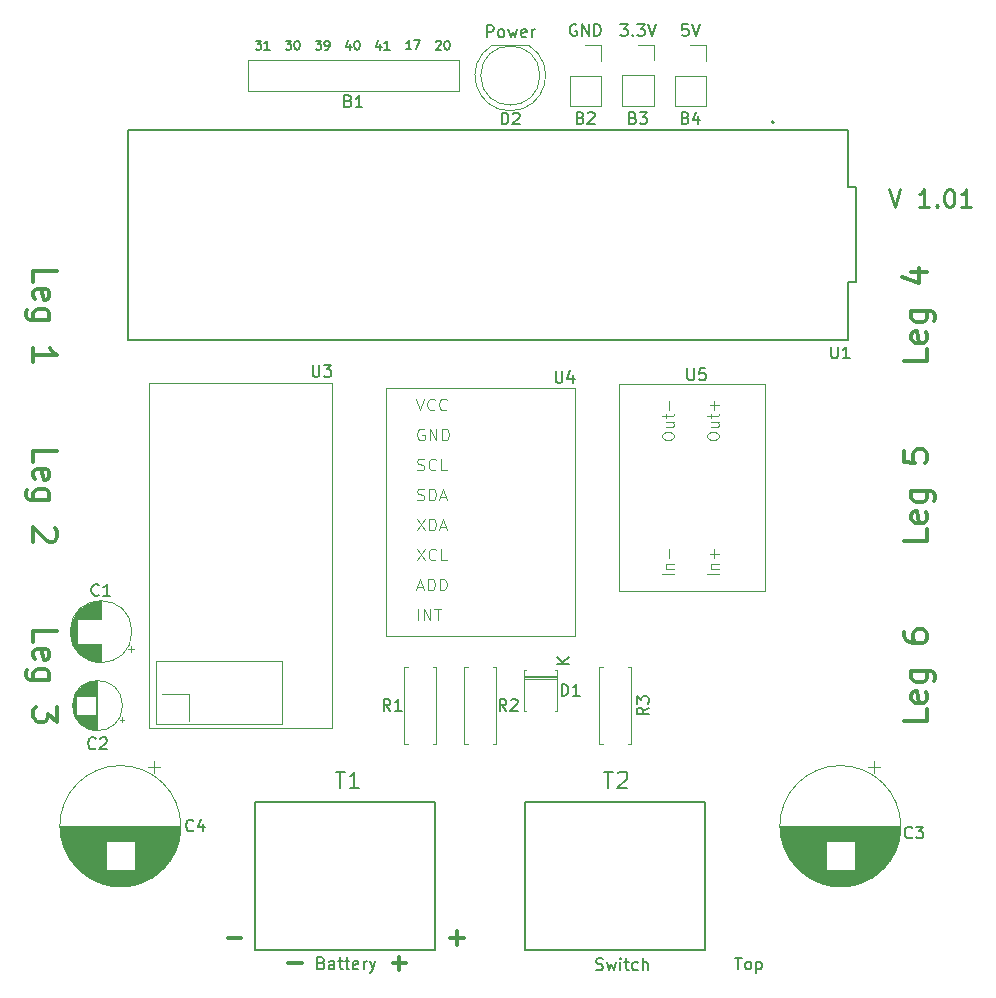
<source format=gbr>
%TF.GenerationSoftware,KiCad,Pcbnew,7.0.8*%
%TF.CreationDate,2025-03-22T19:36:19-04:00*%
%TF.ProjectId,Hexapod PCB KiCad Project,48657861-706f-4642-9050-4342204b6943,rev?*%
%TF.SameCoordinates,Original*%
%TF.FileFunction,Legend,Top*%
%TF.FilePolarity,Positive*%
%FSLAX46Y46*%
G04 Gerber Fmt 4.6, Leading zero omitted, Abs format (unit mm)*
G04 Created by KiCad (PCBNEW 7.0.8) date 2025-03-22 19:36:19*
%MOMM*%
%LPD*%
G01*
G04 APERTURE LIST*
%ADD10C,0.150000*%
%ADD11C,0.300000*%
%ADD12C,0.250000*%
%ADD13C,0.100000*%
%ADD14C,0.120000*%
%ADD15C,0.127000*%
%ADD16C,0.200000*%
G04 APERTURE END LIST*
D10*
X165060897Y-140719049D02*
X165632325Y-140719049D01*
X165346611Y-141719049D02*
X165346611Y-140719049D01*
X166108516Y-141719049D02*
X166013278Y-141671430D01*
X166013278Y-141671430D02*
X165965659Y-141623810D01*
X165965659Y-141623810D02*
X165918040Y-141528572D01*
X165918040Y-141528572D02*
X165918040Y-141242858D01*
X165918040Y-141242858D02*
X165965659Y-141147620D01*
X165965659Y-141147620D02*
X166013278Y-141100001D01*
X166013278Y-141100001D02*
X166108516Y-141052382D01*
X166108516Y-141052382D02*
X166251373Y-141052382D01*
X166251373Y-141052382D02*
X166346611Y-141100001D01*
X166346611Y-141100001D02*
X166394230Y-141147620D01*
X166394230Y-141147620D02*
X166441849Y-141242858D01*
X166441849Y-141242858D02*
X166441849Y-141528572D01*
X166441849Y-141528572D02*
X166394230Y-141623810D01*
X166394230Y-141623810D02*
X166346611Y-141671430D01*
X166346611Y-141671430D02*
X166251373Y-141719049D01*
X166251373Y-141719049D02*
X166108516Y-141719049D01*
X166870421Y-141052382D02*
X166870421Y-142052382D01*
X166870421Y-141100001D02*
X166965659Y-141052382D01*
X166965659Y-141052382D02*
X167156135Y-141052382D01*
X167156135Y-141052382D02*
X167251373Y-141100001D01*
X167251373Y-141100001D02*
X167298992Y-141147620D01*
X167298992Y-141147620D02*
X167346611Y-141242858D01*
X167346611Y-141242858D02*
X167346611Y-141528572D01*
X167346611Y-141528572D02*
X167298992Y-141623810D01*
X167298992Y-141623810D02*
X167251373Y-141671430D01*
X167251373Y-141671430D02*
X167156135Y-141719049D01*
X167156135Y-141719049D02*
X166965659Y-141719049D01*
X166965659Y-141719049D02*
X166870421Y-141671430D01*
X144075359Y-62789489D02*
X144075359Y-61789489D01*
X144075359Y-61789489D02*
X144456311Y-61789489D01*
X144456311Y-61789489D02*
X144551549Y-61837108D01*
X144551549Y-61837108D02*
X144599168Y-61884727D01*
X144599168Y-61884727D02*
X144646787Y-61979965D01*
X144646787Y-61979965D02*
X144646787Y-62122822D01*
X144646787Y-62122822D02*
X144599168Y-62218060D01*
X144599168Y-62218060D02*
X144551549Y-62265679D01*
X144551549Y-62265679D02*
X144456311Y-62313298D01*
X144456311Y-62313298D02*
X144075359Y-62313298D01*
X145218216Y-62789489D02*
X145122978Y-62741870D01*
X145122978Y-62741870D02*
X145075359Y-62694250D01*
X145075359Y-62694250D02*
X145027740Y-62599012D01*
X145027740Y-62599012D02*
X145027740Y-62313298D01*
X145027740Y-62313298D02*
X145075359Y-62218060D01*
X145075359Y-62218060D02*
X145122978Y-62170441D01*
X145122978Y-62170441D02*
X145218216Y-62122822D01*
X145218216Y-62122822D02*
X145361073Y-62122822D01*
X145361073Y-62122822D02*
X145456311Y-62170441D01*
X145456311Y-62170441D02*
X145503930Y-62218060D01*
X145503930Y-62218060D02*
X145551549Y-62313298D01*
X145551549Y-62313298D02*
X145551549Y-62599012D01*
X145551549Y-62599012D02*
X145503930Y-62694250D01*
X145503930Y-62694250D02*
X145456311Y-62741870D01*
X145456311Y-62741870D02*
X145361073Y-62789489D01*
X145361073Y-62789489D02*
X145218216Y-62789489D01*
X145884883Y-62122822D02*
X146075359Y-62789489D01*
X146075359Y-62789489D02*
X146265835Y-62313298D01*
X146265835Y-62313298D02*
X146456311Y-62789489D01*
X146456311Y-62789489D02*
X146646787Y-62122822D01*
X147408692Y-62741870D02*
X147313454Y-62789489D01*
X147313454Y-62789489D02*
X147122978Y-62789489D01*
X147122978Y-62789489D02*
X147027740Y-62741870D01*
X147027740Y-62741870D02*
X146980121Y-62646631D01*
X146980121Y-62646631D02*
X146980121Y-62265679D01*
X146980121Y-62265679D02*
X147027740Y-62170441D01*
X147027740Y-62170441D02*
X147122978Y-62122822D01*
X147122978Y-62122822D02*
X147313454Y-62122822D01*
X147313454Y-62122822D02*
X147408692Y-62170441D01*
X147408692Y-62170441D02*
X147456311Y-62265679D01*
X147456311Y-62265679D02*
X147456311Y-62360917D01*
X147456311Y-62360917D02*
X146980121Y-62456155D01*
X147884883Y-62789489D02*
X147884883Y-62122822D01*
X147884883Y-62313298D02*
X147932502Y-62218060D01*
X147932502Y-62218060D02*
X147980121Y-62170441D01*
X147980121Y-62170441D02*
X148075359Y-62122822D01*
X148075359Y-62122822D02*
X148170597Y-62122822D01*
X153324160Y-141730446D02*
X153467017Y-141778065D01*
X153467017Y-141778065D02*
X153705112Y-141778065D01*
X153705112Y-141778065D02*
X153800350Y-141730446D01*
X153800350Y-141730446D02*
X153847969Y-141682826D01*
X153847969Y-141682826D02*
X153895588Y-141587588D01*
X153895588Y-141587588D02*
X153895588Y-141492350D01*
X153895588Y-141492350D02*
X153847969Y-141397112D01*
X153847969Y-141397112D02*
X153800350Y-141349493D01*
X153800350Y-141349493D02*
X153705112Y-141301874D01*
X153705112Y-141301874D02*
X153514636Y-141254255D01*
X153514636Y-141254255D02*
X153419398Y-141206636D01*
X153419398Y-141206636D02*
X153371779Y-141159017D01*
X153371779Y-141159017D02*
X153324160Y-141063779D01*
X153324160Y-141063779D02*
X153324160Y-140968541D01*
X153324160Y-140968541D02*
X153371779Y-140873303D01*
X153371779Y-140873303D02*
X153419398Y-140825684D01*
X153419398Y-140825684D02*
X153514636Y-140778065D01*
X153514636Y-140778065D02*
X153752731Y-140778065D01*
X153752731Y-140778065D02*
X153895588Y-140825684D01*
X154228922Y-141111398D02*
X154419398Y-141778065D01*
X154419398Y-141778065D02*
X154609874Y-141301874D01*
X154609874Y-141301874D02*
X154800350Y-141778065D01*
X154800350Y-141778065D02*
X154990826Y-141111398D01*
X155371779Y-141778065D02*
X155371779Y-141111398D01*
X155371779Y-140778065D02*
X155324160Y-140825684D01*
X155324160Y-140825684D02*
X155371779Y-140873303D01*
X155371779Y-140873303D02*
X155419398Y-140825684D01*
X155419398Y-140825684D02*
X155371779Y-140778065D01*
X155371779Y-140778065D02*
X155371779Y-140873303D01*
X155705112Y-141111398D02*
X156086064Y-141111398D01*
X155847969Y-140778065D02*
X155847969Y-141635207D01*
X155847969Y-141635207D02*
X155895588Y-141730446D01*
X155895588Y-141730446D02*
X155990826Y-141778065D01*
X155990826Y-141778065D02*
X156086064Y-141778065D01*
X156847969Y-141730446D02*
X156752731Y-141778065D01*
X156752731Y-141778065D02*
X156562255Y-141778065D01*
X156562255Y-141778065D02*
X156467017Y-141730446D01*
X156467017Y-141730446D02*
X156419398Y-141682826D01*
X156419398Y-141682826D02*
X156371779Y-141587588D01*
X156371779Y-141587588D02*
X156371779Y-141301874D01*
X156371779Y-141301874D02*
X156419398Y-141206636D01*
X156419398Y-141206636D02*
X156467017Y-141159017D01*
X156467017Y-141159017D02*
X156562255Y-141111398D01*
X156562255Y-141111398D02*
X156752731Y-141111398D01*
X156752731Y-141111398D02*
X156847969Y-141159017D01*
X157276541Y-141778065D02*
X157276541Y-140778065D01*
X157705112Y-141778065D02*
X157705112Y-141254255D01*
X157705112Y-141254255D02*
X157657493Y-141159017D01*
X157657493Y-141159017D02*
X157562255Y-141111398D01*
X157562255Y-141111398D02*
X157419398Y-141111398D01*
X157419398Y-141111398D02*
X157324160Y-141159017D01*
X157324160Y-141159017D02*
X157276541Y-141206636D01*
X139763571Y-63160592D02*
X139799285Y-63124878D01*
X139799285Y-63124878D02*
X139870714Y-63089164D01*
X139870714Y-63089164D02*
X140049285Y-63089164D01*
X140049285Y-63089164D02*
X140120714Y-63124878D01*
X140120714Y-63124878D02*
X140156428Y-63160592D01*
X140156428Y-63160592D02*
X140192142Y-63232021D01*
X140192142Y-63232021D02*
X140192142Y-63303450D01*
X140192142Y-63303450D02*
X140156428Y-63410592D01*
X140156428Y-63410592D02*
X139727856Y-63839164D01*
X139727856Y-63839164D02*
X140192142Y-63839164D01*
X140656428Y-63089164D02*
X140727857Y-63089164D01*
X140727857Y-63089164D02*
X140799285Y-63124878D01*
X140799285Y-63124878D02*
X140835000Y-63160592D01*
X140835000Y-63160592D02*
X140870714Y-63232021D01*
X140870714Y-63232021D02*
X140906428Y-63374878D01*
X140906428Y-63374878D02*
X140906428Y-63553450D01*
X140906428Y-63553450D02*
X140870714Y-63696307D01*
X140870714Y-63696307D02*
X140835000Y-63767735D01*
X140835000Y-63767735D02*
X140799285Y-63803450D01*
X140799285Y-63803450D02*
X140727857Y-63839164D01*
X140727857Y-63839164D02*
X140656428Y-63839164D01*
X140656428Y-63839164D02*
X140585000Y-63803450D01*
X140585000Y-63803450D02*
X140549285Y-63767735D01*
X140549285Y-63767735D02*
X140513571Y-63696307D01*
X140513571Y-63696307D02*
X140477857Y-63553450D01*
X140477857Y-63553450D02*
X140477857Y-63374878D01*
X140477857Y-63374878D02*
X140513571Y-63232021D01*
X140513571Y-63232021D02*
X140549285Y-63160592D01*
X140549285Y-63160592D02*
X140585000Y-63124878D01*
X140585000Y-63124878D02*
X140656428Y-63089164D01*
D11*
X105670361Y-98742856D02*
X105670361Y-97790475D01*
X105670361Y-97790475D02*
X107670361Y-97790475D01*
X105765600Y-100171428D02*
X105670361Y-99980952D01*
X105670361Y-99980952D02*
X105670361Y-99599999D01*
X105670361Y-99599999D02*
X105765600Y-99409523D01*
X105765600Y-99409523D02*
X105956076Y-99314285D01*
X105956076Y-99314285D02*
X106717980Y-99314285D01*
X106717980Y-99314285D02*
X106908457Y-99409523D01*
X106908457Y-99409523D02*
X107003695Y-99599999D01*
X107003695Y-99599999D02*
X107003695Y-99980952D01*
X107003695Y-99980952D02*
X106908457Y-100171428D01*
X106908457Y-100171428D02*
X106717980Y-100266666D01*
X106717980Y-100266666D02*
X106527504Y-100266666D01*
X106527504Y-100266666D02*
X106337028Y-99314285D01*
X107003695Y-101980952D02*
X105384647Y-101980952D01*
X105384647Y-101980952D02*
X105194171Y-101885714D01*
X105194171Y-101885714D02*
X105098933Y-101790476D01*
X105098933Y-101790476D02*
X105003695Y-101599999D01*
X105003695Y-101599999D02*
X105003695Y-101314285D01*
X105003695Y-101314285D02*
X105098933Y-101123809D01*
X105765600Y-101980952D02*
X105670361Y-101790476D01*
X105670361Y-101790476D02*
X105670361Y-101409523D01*
X105670361Y-101409523D02*
X105765600Y-101219047D01*
X105765600Y-101219047D02*
X105860838Y-101123809D01*
X105860838Y-101123809D02*
X106051314Y-101028571D01*
X106051314Y-101028571D02*
X106622742Y-101028571D01*
X106622742Y-101028571D02*
X106813219Y-101123809D01*
X106813219Y-101123809D02*
X106908457Y-101219047D01*
X106908457Y-101219047D02*
X107003695Y-101409523D01*
X107003695Y-101409523D02*
X107003695Y-101790476D01*
X107003695Y-101790476D02*
X106908457Y-101980952D01*
X107479885Y-104361905D02*
X107575123Y-104457143D01*
X107575123Y-104457143D02*
X107670361Y-104647619D01*
X107670361Y-104647619D02*
X107670361Y-105123810D01*
X107670361Y-105123810D02*
X107575123Y-105314286D01*
X107575123Y-105314286D02*
X107479885Y-105409524D01*
X107479885Y-105409524D02*
X107289409Y-105504762D01*
X107289409Y-105504762D02*
X107098933Y-105504762D01*
X107098933Y-105504762D02*
X106813219Y-105409524D01*
X106813219Y-105409524D02*
X105670361Y-104266667D01*
X105670361Y-104266667D02*
X105670361Y-105504762D01*
D10*
X127027856Y-63089164D02*
X127492142Y-63089164D01*
X127492142Y-63089164D02*
X127242142Y-63374878D01*
X127242142Y-63374878D02*
X127349285Y-63374878D01*
X127349285Y-63374878D02*
X127420714Y-63410592D01*
X127420714Y-63410592D02*
X127456428Y-63446307D01*
X127456428Y-63446307D02*
X127492142Y-63517735D01*
X127492142Y-63517735D02*
X127492142Y-63696307D01*
X127492142Y-63696307D02*
X127456428Y-63767735D01*
X127456428Y-63767735D02*
X127420714Y-63803450D01*
X127420714Y-63803450D02*
X127349285Y-63839164D01*
X127349285Y-63839164D02*
X127134999Y-63839164D01*
X127134999Y-63839164D02*
X127063571Y-63803450D01*
X127063571Y-63803450D02*
X127027856Y-63767735D01*
X127956428Y-63089164D02*
X128027857Y-63089164D01*
X128027857Y-63089164D02*
X128099285Y-63124878D01*
X128099285Y-63124878D02*
X128135000Y-63160592D01*
X128135000Y-63160592D02*
X128170714Y-63232021D01*
X128170714Y-63232021D02*
X128206428Y-63374878D01*
X128206428Y-63374878D02*
X128206428Y-63553450D01*
X128206428Y-63553450D02*
X128170714Y-63696307D01*
X128170714Y-63696307D02*
X128135000Y-63767735D01*
X128135000Y-63767735D02*
X128099285Y-63803450D01*
X128099285Y-63803450D02*
X128027857Y-63839164D01*
X128027857Y-63839164D02*
X127956428Y-63839164D01*
X127956428Y-63839164D02*
X127885000Y-63803450D01*
X127885000Y-63803450D02*
X127849285Y-63767735D01*
X127849285Y-63767735D02*
X127813571Y-63696307D01*
X127813571Y-63696307D02*
X127777857Y-63553450D01*
X127777857Y-63553450D02*
X127777857Y-63374878D01*
X127777857Y-63374878D02*
X127813571Y-63232021D01*
X127813571Y-63232021D02*
X127849285Y-63160592D01*
X127849285Y-63160592D02*
X127885000Y-63124878D01*
X127885000Y-63124878D02*
X127956428Y-63089164D01*
D11*
X105670361Y-113982856D02*
X105670361Y-113030475D01*
X105670361Y-113030475D02*
X107670361Y-113030475D01*
X105765600Y-115411428D02*
X105670361Y-115220952D01*
X105670361Y-115220952D02*
X105670361Y-114839999D01*
X105670361Y-114839999D02*
X105765600Y-114649523D01*
X105765600Y-114649523D02*
X105956076Y-114554285D01*
X105956076Y-114554285D02*
X106717980Y-114554285D01*
X106717980Y-114554285D02*
X106908457Y-114649523D01*
X106908457Y-114649523D02*
X107003695Y-114839999D01*
X107003695Y-114839999D02*
X107003695Y-115220952D01*
X107003695Y-115220952D02*
X106908457Y-115411428D01*
X106908457Y-115411428D02*
X106717980Y-115506666D01*
X106717980Y-115506666D02*
X106527504Y-115506666D01*
X106527504Y-115506666D02*
X106337028Y-114554285D01*
X107003695Y-117220952D02*
X105384647Y-117220952D01*
X105384647Y-117220952D02*
X105194171Y-117125714D01*
X105194171Y-117125714D02*
X105098933Y-117030476D01*
X105098933Y-117030476D02*
X105003695Y-116839999D01*
X105003695Y-116839999D02*
X105003695Y-116554285D01*
X105003695Y-116554285D02*
X105098933Y-116363809D01*
X105765600Y-117220952D02*
X105670361Y-117030476D01*
X105670361Y-117030476D02*
X105670361Y-116649523D01*
X105670361Y-116649523D02*
X105765600Y-116459047D01*
X105765600Y-116459047D02*
X105860838Y-116363809D01*
X105860838Y-116363809D02*
X106051314Y-116268571D01*
X106051314Y-116268571D02*
X106622742Y-116268571D01*
X106622742Y-116268571D02*
X106813219Y-116363809D01*
X106813219Y-116363809D02*
X106908457Y-116459047D01*
X106908457Y-116459047D02*
X107003695Y-116649523D01*
X107003695Y-116649523D02*
X107003695Y-117030476D01*
X107003695Y-117030476D02*
X106908457Y-117220952D01*
X107670361Y-119506667D02*
X107670361Y-120744762D01*
X107670361Y-120744762D02*
X106908457Y-120078095D01*
X106908457Y-120078095D02*
X106908457Y-120363810D01*
X106908457Y-120363810D02*
X106813219Y-120554286D01*
X106813219Y-120554286D02*
X106717980Y-120649524D01*
X106717980Y-120649524D02*
X106527504Y-120744762D01*
X106527504Y-120744762D02*
X106051314Y-120744762D01*
X106051314Y-120744762D02*
X105860838Y-120649524D01*
X105860838Y-120649524D02*
X105765600Y-120554286D01*
X105765600Y-120554286D02*
X105670361Y-120363810D01*
X105670361Y-120363810D02*
X105670361Y-119792381D01*
X105670361Y-119792381D02*
X105765600Y-119601905D01*
X105765600Y-119601905D02*
X105860838Y-119506667D01*
D10*
X130054291Y-141171640D02*
X130197148Y-141219259D01*
X130197148Y-141219259D02*
X130244767Y-141266878D01*
X130244767Y-141266878D02*
X130292386Y-141362116D01*
X130292386Y-141362116D02*
X130292386Y-141504973D01*
X130292386Y-141504973D02*
X130244767Y-141600211D01*
X130244767Y-141600211D02*
X130197148Y-141647831D01*
X130197148Y-141647831D02*
X130101910Y-141695450D01*
X130101910Y-141695450D02*
X129720958Y-141695450D01*
X129720958Y-141695450D02*
X129720958Y-140695450D01*
X129720958Y-140695450D02*
X130054291Y-140695450D01*
X130054291Y-140695450D02*
X130149529Y-140743069D01*
X130149529Y-140743069D02*
X130197148Y-140790688D01*
X130197148Y-140790688D02*
X130244767Y-140885926D01*
X130244767Y-140885926D02*
X130244767Y-140981164D01*
X130244767Y-140981164D02*
X130197148Y-141076402D01*
X130197148Y-141076402D02*
X130149529Y-141124021D01*
X130149529Y-141124021D02*
X130054291Y-141171640D01*
X130054291Y-141171640D02*
X129720958Y-141171640D01*
X131149529Y-141695450D02*
X131149529Y-141171640D01*
X131149529Y-141171640D02*
X131101910Y-141076402D01*
X131101910Y-141076402D02*
X131006672Y-141028783D01*
X131006672Y-141028783D02*
X130816196Y-141028783D01*
X130816196Y-141028783D02*
X130720958Y-141076402D01*
X131149529Y-141647831D02*
X131054291Y-141695450D01*
X131054291Y-141695450D02*
X130816196Y-141695450D01*
X130816196Y-141695450D02*
X130720958Y-141647831D01*
X130720958Y-141647831D02*
X130673339Y-141552592D01*
X130673339Y-141552592D02*
X130673339Y-141457354D01*
X130673339Y-141457354D02*
X130720958Y-141362116D01*
X130720958Y-141362116D02*
X130816196Y-141314497D01*
X130816196Y-141314497D02*
X131054291Y-141314497D01*
X131054291Y-141314497D02*
X131149529Y-141266878D01*
X131482863Y-141028783D02*
X131863815Y-141028783D01*
X131625720Y-140695450D02*
X131625720Y-141552592D01*
X131625720Y-141552592D02*
X131673339Y-141647831D01*
X131673339Y-141647831D02*
X131768577Y-141695450D01*
X131768577Y-141695450D02*
X131863815Y-141695450D01*
X132054292Y-141028783D02*
X132435244Y-141028783D01*
X132197149Y-140695450D02*
X132197149Y-141552592D01*
X132197149Y-141552592D02*
X132244768Y-141647831D01*
X132244768Y-141647831D02*
X132340006Y-141695450D01*
X132340006Y-141695450D02*
X132435244Y-141695450D01*
X133149530Y-141647831D02*
X133054292Y-141695450D01*
X133054292Y-141695450D02*
X132863816Y-141695450D01*
X132863816Y-141695450D02*
X132768578Y-141647831D01*
X132768578Y-141647831D02*
X132720959Y-141552592D01*
X132720959Y-141552592D02*
X132720959Y-141171640D01*
X132720959Y-141171640D02*
X132768578Y-141076402D01*
X132768578Y-141076402D02*
X132863816Y-141028783D01*
X132863816Y-141028783D02*
X133054292Y-141028783D01*
X133054292Y-141028783D02*
X133149530Y-141076402D01*
X133149530Y-141076402D02*
X133197149Y-141171640D01*
X133197149Y-141171640D02*
X133197149Y-141266878D01*
X133197149Y-141266878D02*
X132720959Y-141362116D01*
X133625721Y-141695450D02*
X133625721Y-141028783D01*
X133625721Y-141219259D02*
X133673340Y-141124021D01*
X133673340Y-141124021D02*
X133720959Y-141076402D01*
X133720959Y-141076402D02*
X133816197Y-141028783D01*
X133816197Y-141028783D02*
X133911435Y-141028783D01*
X134149531Y-141028783D02*
X134387626Y-141695450D01*
X134625721Y-141028783D02*
X134387626Y-141695450D01*
X134387626Y-141695450D02*
X134292388Y-141933545D01*
X134292388Y-141933545D02*
X134244769Y-141981164D01*
X134244769Y-141981164D02*
X134149531Y-142028783D01*
X124487856Y-63089164D02*
X124952142Y-63089164D01*
X124952142Y-63089164D02*
X124702142Y-63374878D01*
X124702142Y-63374878D02*
X124809285Y-63374878D01*
X124809285Y-63374878D02*
X124880714Y-63410592D01*
X124880714Y-63410592D02*
X124916428Y-63446307D01*
X124916428Y-63446307D02*
X124952142Y-63517735D01*
X124952142Y-63517735D02*
X124952142Y-63696307D01*
X124952142Y-63696307D02*
X124916428Y-63767735D01*
X124916428Y-63767735D02*
X124880714Y-63803450D01*
X124880714Y-63803450D02*
X124809285Y-63839164D01*
X124809285Y-63839164D02*
X124594999Y-63839164D01*
X124594999Y-63839164D02*
X124523571Y-63803450D01*
X124523571Y-63803450D02*
X124487856Y-63767735D01*
X125666428Y-63839164D02*
X125237857Y-63839164D01*
X125452142Y-63839164D02*
X125452142Y-63089164D01*
X125452142Y-63089164D02*
X125380714Y-63196307D01*
X125380714Y-63196307D02*
X125309285Y-63267735D01*
X125309285Y-63267735D02*
X125237857Y-63303450D01*
X135040714Y-63339164D02*
X135040714Y-63839164D01*
X134862142Y-63053450D02*
X134683571Y-63589164D01*
X134683571Y-63589164D02*
X135147856Y-63589164D01*
X135826428Y-63839164D02*
X135397857Y-63839164D01*
X135612142Y-63839164D02*
X135612142Y-63089164D01*
X135612142Y-63089164D02*
X135540714Y-63196307D01*
X135540714Y-63196307D02*
X135469285Y-63267735D01*
X135469285Y-63267735D02*
X135397857Y-63303450D01*
X137658464Y-63813666D02*
X137229893Y-63813666D01*
X137444178Y-63813666D02*
X137444178Y-63063666D01*
X137444178Y-63063666D02*
X137372750Y-63170809D01*
X137372750Y-63170809D02*
X137301321Y-63242237D01*
X137301321Y-63242237D02*
X137229893Y-63277952D01*
X137908464Y-63063666D02*
X138408464Y-63063666D01*
X138408464Y-63063666D02*
X138087036Y-63813666D01*
D11*
X142100046Y-139077225D02*
X140957189Y-139077225D01*
X141528617Y-139648653D02*
X141528617Y-138505796D01*
X181349638Y-119697143D02*
X181349638Y-120649524D01*
X181349638Y-120649524D02*
X179349638Y-120649524D01*
X181254400Y-118268571D02*
X181349638Y-118459047D01*
X181349638Y-118459047D02*
X181349638Y-118840000D01*
X181349638Y-118840000D02*
X181254400Y-119030476D01*
X181254400Y-119030476D02*
X181063923Y-119125714D01*
X181063923Y-119125714D02*
X180302019Y-119125714D01*
X180302019Y-119125714D02*
X180111542Y-119030476D01*
X180111542Y-119030476D02*
X180016304Y-118840000D01*
X180016304Y-118840000D02*
X180016304Y-118459047D01*
X180016304Y-118459047D02*
X180111542Y-118268571D01*
X180111542Y-118268571D02*
X180302019Y-118173333D01*
X180302019Y-118173333D02*
X180492495Y-118173333D01*
X180492495Y-118173333D02*
X180682971Y-119125714D01*
X180016304Y-116459047D02*
X181635352Y-116459047D01*
X181635352Y-116459047D02*
X181825828Y-116554285D01*
X181825828Y-116554285D02*
X181921066Y-116649523D01*
X181921066Y-116649523D02*
X182016304Y-116840000D01*
X182016304Y-116840000D02*
X182016304Y-117125714D01*
X182016304Y-117125714D02*
X181921066Y-117316190D01*
X181254400Y-116459047D02*
X181349638Y-116649523D01*
X181349638Y-116649523D02*
X181349638Y-117030476D01*
X181349638Y-117030476D02*
X181254400Y-117220952D01*
X181254400Y-117220952D02*
X181159161Y-117316190D01*
X181159161Y-117316190D02*
X180968685Y-117411428D01*
X180968685Y-117411428D02*
X180397257Y-117411428D01*
X180397257Y-117411428D02*
X180206780Y-117316190D01*
X180206780Y-117316190D02*
X180111542Y-117220952D01*
X180111542Y-117220952D02*
X180016304Y-117030476D01*
X180016304Y-117030476D02*
X180016304Y-116649523D01*
X180016304Y-116649523D02*
X180111542Y-116459047D01*
X179349638Y-113125713D02*
X179349638Y-113506666D01*
X179349638Y-113506666D02*
X179444876Y-113697142D01*
X179444876Y-113697142D02*
X179540114Y-113792380D01*
X179540114Y-113792380D02*
X179825828Y-113982856D01*
X179825828Y-113982856D02*
X180206780Y-114078094D01*
X180206780Y-114078094D02*
X180968685Y-114078094D01*
X180968685Y-114078094D02*
X181159161Y-113982856D01*
X181159161Y-113982856D02*
X181254400Y-113887618D01*
X181254400Y-113887618D02*
X181349638Y-113697142D01*
X181349638Y-113697142D02*
X181349638Y-113316189D01*
X181349638Y-113316189D02*
X181254400Y-113125713D01*
X181254400Y-113125713D02*
X181159161Y-113030475D01*
X181159161Y-113030475D02*
X180968685Y-112935237D01*
X180968685Y-112935237D02*
X180492495Y-112935237D01*
X180492495Y-112935237D02*
X180302019Y-113030475D01*
X180302019Y-113030475D02*
X180206780Y-113125713D01*
X180206780Y-113125713D02*
X180111542Y-113316189D01*
X180111542Y-113316189D02*
X180111542Y-113697142D01*
X180111542Y-113697142D02*
X180206780Y-113887618D01*
X180206780Y-113887618D02*
X180302019Y-113982856D01*
X180302019Y-113982856D02*
X180492495Y-114078094D01*
X105670361Y-83502856D02*
X105670361Y-82550475D01*
X105670361Y-82550475D02*
X107670361Y-82550475D01*
X105765600Y-84931428D02*
X105670361Y-84740952D01*
X105670361Y-84740952D02*
X105670361Y-84359999D01*
X105670361Y-84359999D02*
X105765600Y-84169523D01*
X105765600Y-84169523D02*
X105956076Y-84074285D01*
X105956076Y-84074285D02*
X106717980Y-84074285D01*
X106717980Y-84074285D02*
X106908457Y-84169523D01*
X106908457Y-84169523D02*
X107003695Y-84359999D01*
X107003695Y-84359999D02*
X107003695Y-84740952D01*
X107003695Y-84740952D02*
X106908457Y-84931428D01*
X106908457Y-84931428D02*
X106717980Y-85026666D01*
X106717980Y-85026666D02*
X106527504Y-85026666D01*
X106527504Y-85026666D02*
X106337028Y-84074285D01*
X107003695Y-86740952D02*
X105384647Y-86740952D01*
X105384647Y-86740952D02*
X105194171Y-86645714D01*
X105194171Y-86645714D02*
X105098933Y-86550476D01*
X105098933Y-86550476D02*
X105003695Y-86359999D01*
X105003695Y-86359999D02*
X105003695Y-86074285D01*
X105003695Y-86074285D02*
X105098933Y-85883809D01*
X105765600Y-86740952D02*
X105670361Y-86550476D01*
X105670361Y-86550476D02*
X105670361Y-86169523D01*
X105670361Y-86169523D02*
X105765600Y-85979047D01*
X105765600Y-85979047D02*
X105860838Y-85883809D01*
X105860838Y-85883809D02*
X106051314Y-85788571D01*
X106051314Y-85788571D02*
X106622742Y-85788571D01*
X106622742Y-85788571D02*
X106813219Y-85883809D01*
X106813219Y-85883809D02*
X106908457Y-85979047D01*
X106908457Y-85979047D02*
X107003695Y-86169523D01*
X107003695Y-86169523D02*
X107003695Y-86550476D01*
X107003695Y-86550476D02*
X106908457Y-86740952D01*
X105670361Y-90264762D02*
X105670361Y-89121905D01*
X105670361Y-89693333D02*
X107670361Y-89693333D01*
X107670361Y-89693333D02*
X107384647Y-89502857D01*
X107384647Y-89502857D02*
X107194171Y-89312381D01*
X107194171Y-89312381D02*
X107098933Y-89121905D01*
D10*
X132500714Y-63339164D02*
X132500714Y-63839164D01*
X132322142Y-63053450D02*
X132143571Y-63589164D01*
X132143571Y-63589164D02*
X132607856Y-63589164D01*
X133036428Y-63089164D02*
X133107857Y-63089164D01*
X133107857Y-63089164D02*
X133179285Y-63124878D01*
X133179285Y-63124878D02*
X133215000Y-63160592D01*
X133215000Y-63160592D02*
X133250714Y-63232021D01*
X133250714Y-63232021D02*
X133286428Y-63374878D01*
X133286428Y-63374878D02*
X133286428Y-63553450D01*
X133286428Y-63553450D02*
X133250714Y-63696307D01*
X133250714Y-63696307D02*
X133215000Y-63767735D01*
X133215000Y-63767735D02*
X133179285Y-63803450D01*
X133179285Y-63803450D02*
X133107857Y-63839164D01*
X133107857Y-63839164D02*
X133036428Y-63839164D01*
X133036428Y-63839164D02*
X132965000Y-63803450D01*
X132965000Y-63803450D02*
X132929285Y-63767735D01*
X132929285Y-63767735D02*
X132893571Y-63696307D01*
X132893571Y-63696307D02*
X132857857Y-63553450D01*
X132857857Y-63553450D02*
X132857857Y-63374878D01*
X132857857Y-63374878D02*
X132893571Y-63232021D01*
X132893571Y-63232021D02*
X132929285Y-63160592D01*
X132929285Y-63160592D02*
X132965000Y-63124878D01*
X132965000Y-63124878D02*
X133036428Y-63089164D01*
D11*
X181349638Y-104457143D02*
X181349638Y-105409524D01*
X181349638Y-105409524D02*
X179349638Y-105409524D01*
X181254400Y-103028571D02*
X181349638Y-103219047D01*
X181349638Y-103219047D02*
X181349638Y-103600000D01*
X181349638Y-103600000D02*
X181254400Y-103790476D01*
X181254400Y-103790476D02*
X181063923Y-103885714D01*
X181063923Y-103885714D02*
X180302019Y-103885714D01*
X180302019Y-103885714D02*
X180111542Y-103790476D01*
X180111542Y-103790476D02*
X180016304Y-103600000D01*
X180016304Y-103600000D02*
X180016304Y-103219047D01*
X180016304Y-103219047D02*
X180111542Y-103028571D01*
X180111542Y-103028571D02*
X180302019Y-102933333D01*
X180302019Y-102933333D02*
X180492495Y-102933333D01*
X180492495Y-102933333D02*
X180682971Y-103885714D01*
X180016304Y-101219047D02*
X181635352Y-101219047D01*
X181635352Y-101219047D02*
X181825828Y-101314285D01*
X181825828Y-101314285D02*
X181921066Y-101409523D01*
X181921066Y-101409523D02*
X182016304Y-101600000D01*
X182016304Y-101600000D02*
X182016304Y-101885714D01*
X182016304Y-101885714D02*
X181921066Y-102076190D01*
X181254400Y-101219047D02*
X181349638Y-101409523D01*
X181349638Y-101409523D02*
X181349638Y-101790476D01*
X181349638Y-101790476D02*
X181254400Y-101980952D01*
X181254400Y-101980952D02*
X181159161Y-102076190D01*
X181159161Y-102076190D02*
X180968685Y-102171428D01*
X180968685Y-102171428D02*
X180397257Y-102171428D01*
X180397257Y-102171428D02*
X180206780Y-102076190D01*
X180206780Y-102076190D02*
X180111542Y-101980952D01*
X180111542Y-101980952D02*
X180016304Y-101790476D01*
X180016304Y-101790476D02*
X180016304Y-101409523D01*
X180016304Y-101409523D02*
X180111542Y-101219047D01*
X179349638Y-97790475D02*
X179349638Y-98742856D01*
X179349638Y-98742856D02*
X180302019Y-98838094D01*
X180302019Y-98838094D02*
X180206780Y-98742856D01*
X180206780Y-98742856D02*
X180111542Y-98552380D01*
X180111542Y-98552380D02*
X180111542Y-98076189D01*
X180111542Y-98076189D02*
X180206780Y-97885713D01*
X180206780Y-97885713D02*
X180302019Y-97790475D01*
X180302019Y-97790475D02*
X180492495Y-97695237D01*
X180492495Y-97695237D02*
X180968685Y-97695237D01*
X180968685Y-97695237D02*
X181159161Y-97790475D01*
X181159161Y-97790475D02*
X181254400Y-97885713D01*
X181254400Y-97885713D02*
X181349638Y-98076189D01*
X181349638Y-98076189D02*
X181349638Y-98552380D01*
X181349638Y-98552380D02*
X181254400Y-98742856D01*
X181254400Y-98742856D02*
X181159161Y-98838094D01*
D10*
X129567856Y-63089164D02*
X130032142Y-63089164D01*
X130032142Y-63089164D02*
X129782142Y-63374878D01*
X129782142Y-63374878D02*
X129889285Y-63374878D01*
X129889285Y-63374878D02*
X129960714Y-63410592D01*
X129960714Y-63410592D02*
X129996428Y-63446307D01*
X129996428Y-63446307D02*
X130032142Y-63517735D01*
X130032142Y-63517735D02*
X130032142Y-63696307D01*
X130032142Y-63696307D02*
X129996428Y-63767735D01*
X129996428Y-63767735D02*
X129960714Y-63803450D01*
X129960714Y-63803450D02*
X129889285Y-63839164D01*
X129889285Y-63839164D02*
X129674999Y-63839164D01*
X129674999Y-63839164D02*
X129603571Y-63803450D01*
X129603571Y-63803450D02*
X129567856Y-63767735D01*
X130389285Y-63839164D02*
X130532142Y-63839164D01*
X130532142Y-63839164D02*
X130603571Y-63803450D01*
X130603571Y-63803450D02*
X130639285Y-63767735D01*
X130639285Y-63767735D02*
X130710714Y-63660592D01*
X130710714Y-63660592D02*
X130746428Y-63517735D01*
X130746428Y-63517735D02*
X130746428Y-63232021D01*
X130746428Y-63232021D02*
X130710714Y-63160592D01*
X130710714Y-63160592D02*
X130675000Y-63124878D01*
X130675000Y-63124878D02*
X130603571Y-63089164D01*
X130603571Y-63089164D02*
X130460714Y-63089164D01*
X130460714Y-63089164D02*
X130389285Y-63124878D01*
X130389285Y-63124878D02*
X130353571Y-63160592D01*
X130353571Y-63160592D02*
X130317857Y-63232021D01*
X130317857Y-63232021D02*
X130317857Y-63410592D01*
X130317857Y-63410592D02*
X130353571Y-63482021D01*
X130353571Y-63482021D02*
X130389285Y-63517735D01*
X130389285Y-63517735D02*
X130460714Y-63553450D01*
X130460714Y-63553450D02*
X130603571Y-63553450D01*
X130603571Y-63553450D02*
X130675000Y-63517735D01*
X130675000Y-63517735D02*
X130710714Y-63482021D01*
X130710714Y-63482021D02*
X130746428Y-63410592D01*
D12*
X178079417Y-75682713D02*
X178579417Y-77182713D01*
X178579417Y-77182713D02*
X179079417Y-75682713D01*
X181507988Y-77182713D02*
X180650845Y-77182713D01*
X181079416Y-77182713D02*
X181079416Y-75682713D01*
X181079416Y-75682713D02*
X180936559Y-75896999D01*
X180936559Y-75896999D02*
X180793702Y-76039856D01*
X180793702Y-76039856D02*
X180650845Y-76111285D01*
X182150844Y-77039856D02*
X182222273Y-77111285D01*
X182222273Y-77111285D02*
X182150844Y-77182713D01*
X182150844Y-77182713D02*
X182079416Y-77111285D01*
X182079416Y-77111285D02*
X182150844Y-77039856D01*
X182150844Y-77039856D02*
X182150844Y-77182713D01*
X183150845Y-75682713D02*
X183293702Y-75682713D01*
X183293702Y-75682713D02*
X183436559Y-75754142D01*
X183436559Y-75754142D02*
X183507988Y-75825570D01*
X183507988Y-75825570D02*
X183579416Y-75968427D01*
X183579416Y-75968427D02*
X183650845Y-76254142D01*
X183650845Y-76254142D02*
X183650845Y-76611285D01*
X183650845Y-76611285D02*
X183579416Y-76896999D01*
X183579416Y-76896999D02*
X183507988Y-77039856D01*
X183507988Y-77039856D02*
X183436559Y-77111285D01*
X183436559Y-77111285D02*
X183293702Y-77182713D01*
X183293702Y-77182713D02*
X183150845Y-77182713D01*
X183150845Y-77182713D02*
X183007988Y-77111285D01*
X183007988Y-77111285D02*
X182936559Y-77039856D01*
X182936559Y-77039856D02*
X182865130Y-76896999D01*
X182865130Y-76896999D02*
X182793702Y-76611285D01*
X182793702Y-76611285D02*
X182793702Y-76254142D01*
X182793702Y-76254142D02*
X182865130Y-75968427D01*
X182865130Y-75968427D02*
X182936559Y-75825570D01*
X182936559Y-75825570D02*
X183007988Y-75754142D01*
X183007988Y-75754142D02*
X183150845Y-75682713D01*
X185079416Y-77182713D02*
X184222273Y-77182713D01*
X184650844Y-77182713D02*
X184650844Y-75682713D01*
X184650844Y-75682713D02*
X184507987Y-75896999D01*
X184507987Y-75896999D02*
X184365130Y-76039856D01*
X184365130Y-76039856D02*
X184222273Y-76111285D01*
D11*
X123266209Y-139033525D02*
X122123352Y-139033525D01*
X128372931Y-141150928D02*
X127230074Y-141150928D01*
X137220257Y-141217449D02*
X136077400Y-141217449D01*
X136648828Y-141788877D02*
X136648828Y-140646020D01*
X181349638Y-89217143D02*
X181349638Y-90169524D01*
X181349638Y-90169524D02*
X179349638Y-90169524D01*
X181254400Y-87788571D02*
X181349638Y-87979047D01*
X181349638Y-87979047D02*
X181349638Y-88360000D01*
X181349638Y-88360000D02*
X181254400Y-88550476D01*
X181254400Y-88550476D02*
X181063923Y-88645714D01*
X181063923Y-88645714D02*
X180302019Y-88645714D01*
X180302019Y-88645714D02*
X180111542Y-88550476D01*
X180111542Y-88550476D02*
X180016304Y-88360000D01*
X180016304Y-88360000D02*
X180016304Y-87979047D01*
X180016304Y-87979047D02*
X180111542Y-87788571D01*
X180111542Y-87788571D02*
X180302019Y-87693333D01*
X180302019Y-87693333D02*
X180492495Y-87693333D01*
X180492495Y-87693333D02*
X180682971Y-88645714D01*
X180016304Y-85979047D02*
X181635352Y-85979047D01*
X181635352Y-85979047D02*
X181825828Y-86074285D01*
X181825828Y-86074285D02*
X181921066Y-86169523D01*
X181921066Y-86169523D02*
X182016304Y-86360000D01*
X182016304Y-86360000D02*
X182016304Y-86645714D01*
X182016304Y-86645714D02*
X181921066Y-86836190D01*
X181254400Y-85979047D02*
X181349638Y-86169523D01*
X181349638Y-86169523D02*
X181349638Y-86550476D01*
X181349638Y-86550476D02*
X181254400Y-86740952D01*
X181254400Y-86740952D02*
X181159161Y-86836190D01*
X181159161Y-86836190D02*
X180968685Y-86931428D01*
X180968685Y-86931428D02*
X180397257Y-86931428D01*
X180397257Y-86931428D02*
X180206780Y-86836190D01*
X180206780Y-86836190D02*
X180111542Y-86740952D01*
X180111542Y-86740952D02*
X180016304Y-86550476D01*
X180016304Y-86550476D02*
X180016304Y-86169523D01*
X180016304Y-86169523D02*
X180111542Y-85979047D01*
X180016304Y-82645713D02*
X181349638Y-82645713D01*
X179254400Y-83121904D02*
X180682971Y-83598094D01*
X180682971Y-83598094D02*
X180682971Y-82359999D01*
D10*
X157764819Y-119546666D02*
X157288628Y-119879999D01*
X157764819Y-120118094D02*
X156764819Y-120118094D01*
X156764819Y-120118094D02*
X156764819Y-119737142D01*
X156764819Y-119737142D02*
X156812438Y-119641904D01*
X156812438Y-119641904D02*
X156860057Y-119594285D01*
X156860057Y-119594285D02*
X156955295Y-119546666D01*
X156955295Y-119546666D02*
X157098152Y-119546666D01*
X157098152Y-119546666D02*
X157193390Y-119594285D01*
X157193390Y-119594285D02*
X157241009Y-119641904D01*
X157241009Y-119641904D02*
X157288628Y-119737142D01*
X157288628Y-119737142D02*
X157288628Y-120118094D01*
X156764819Y-119213332D02*
X156764819Y-118594285D01*
X156764819Y-118594285D02*
X157145771Y-118927618D01*
X157145771Y-118927618D02*
X157145771Y-118784761D01*
X157145771Y-118784761D02*
X157193390Y-118689523D01*
X157193390Y-118689523D02*
X157241009Y-118641904D01*
X157241009Y-118641904D02*
X157336247Y-118594285D01*
X157336247Y-118594285D02*
X157574342Y-118594285D01*
X157574342Y-118594285D02*
X157669580Y-118641904D01*
X157669580Y-118641904D02*
X157717200Y-118689523D01*
X157717200Y-118689523D02*
X157764819Y-118784761D01*
X157764819Y-118784761D02*
X157764819Y-119070475D01*
X157764819Y-119070475D02*
X157717200Y-119165713D01*
X157717200Y-119165713D02*
X157669580Y-119213332D01*
X145313945Y-70174415D02*
X145313945Y-69174415D01*
X145313945Y-69174415D02*
X145552040Y-69174415D01*
X145552040Y-69174415D02*
X145694897Y-69222034D01*
X145694897Y-69222034D02*
X145790135Y-69317272D01*
X145790135Y-69317272D02*
X145837754Y-69412510D01*
X145837754Y-69412510D02*
X145885373Y-69602986D01*
X145885373Y-69602986D02*
X145885373Y-69745843D01*
X145885373Y-69745843D02*
X145837754Y-69936319D01*
X145837754Y-69936319D02*
X145790135Y-70031557D01*
X145790135Y-70031557D02*
X145694897Y-70126796D01*
X145694897Y-70126796D02*
X145552040Y-70174415D01*
X145552040Y-70174415D02*
X145313945Y-70174415D01*
X146266326Y-69269653D02*
X146313945Y-69222034D01*
X146313945Y-69222034D02*
X146409183Y-69174415D01*
X146409183Y-69174415D02*
X146647278Y-69174415D01*
X146647278Y-69174415D02*
X146742516Y-69222034D01*
X146742516Y-69222034D02*
X146790135Y-69269653D01*
X146790135Y-69269653D02*
X146837754Y-69364891D01*
X146837754Y-69364891D02*
X146837754Y-69460129D01*
X146837754Y-69460129D02*
X146790135Y-69602986D01*
X146790135Y-69602986D02*
X146218707Y-70174415D01*
X146218707Y-70174415D02*
X146837754Y-70174415D01*
X161046065Y-90826908D02*
X161046065Y-91636431D01*
X161046065Y-91636431D02*
X161093684Y-91731669D01*
X161093684Y-91731669D02*
X161141303Y-91779289D01*
X161141303Y-91779289D02*
X161236541Y-91826908D01*
X161236541Y-91826908D02*
X161427017Y-91826908D01*
X161427017Y-91826908D02*
X161522255Y-91779289D01*
X161522255Y-91779289D02*
X161569874Y-91731669D01*
X161569874Y-91731669D02*
X161617493Y-91636431D01*
X161617493Y-91636431D02*
X161617493Y-90826908D01*
X162569874Y-90826908D02*
X162093684Y-90826908D01*
X162093684Y-90826908D02*
X162046065Y-91303098D01*
X162046065Y-91303098D02*
X162093684Y-91255479D01*
X162093684Y-91255479D02*
X162188922Y-91207860D01*
X162188922Y-91207860D02*
X162427017Y-91207860D01*
X162427017Y-91207860D02*
X162522255Y-91255479D01*
X162522255Y-91255479D02*
X162569874Y-91303098D01*
X162569874Y-91303098D02*
X162617493Y-91398336D01*
X162617493Y-91398336D02*
X162617493Y-91636431D01*
X162617493Y-91636431D02*
X162569874Y-91731669D01*
X162569874Y-91731669D02*
X162522255Y-91779289D01*
X162522255Y-91779289D02*
X162427017Y-91826908D01*
X162427017Y-91826908D02*
X162188922Y-91826908D01*
X162188922Y-91826908D02*
X162093684Y-91779289D01*
X162093684Y-91779289D02*
X162046065Y-91731669D01*
D13*
X163702419Y-108281115D02*
X162702419Y-108281115D01*
X163035752Y-107804925D02*
X163702419Y-107804925D01*
X163130990Y-107804925D02*
X163083371Y-107757306D01*
X163083371Y-107757306D02*
X163035752Y-107662068D01*
X163035752Y-107662068D02*
X163035752Y-107519211D01*
X163035752Y-107519211D02*
X163083371Y-107423973D01*
X163083371Y-107423973D02*
X163178609Y-107376354D01*
X163178609Y-107376354D02*
X163702419Y-107376354D01*
X163321466Y-106900163D02*
X163321466Y-106138259D01*
X163702419Y-106519211D02*
X162940514Y-106519211D01*
X158892419Y-96660639D02*
X158892419Y-96470163D01*
X158892419Y-96470163D02*
X158940038Y-96374925D01*
X158940038Y-96374925D02*
X159035276Y-96279687D01*
X159035276Y-96279687D02*
X159225752Y-96232068D01*
X159225752Y-96232068D02*
X159559085Y-96232068D01*
X159559085Y-96232068D02*
X159749561Y-96279687D01*
X159749561Y-96279687D02*
X159844800Y-96374925D01*
X159844800Y-96374925D02*
X159892419Y-96470163D01*
X159892419Y-96470163D02*
X159892419Y-96660639D01*
X159892419Y-96660639D02*
X159844800Y-96755877D01*
X159844800Y-96755877D02*
X159749561Y-96851115D01*
X159749561Y-96851115D02*
X159559085Y-96898734D01*
X159559085Y-96898734D02*
X159225752Y-96898734D01*
X159225752Y-96898734D02*
X159035276Y-96851115D01*
X159035276Y-96851115D02*
X158940038Y-96755877D01*
X158940038Y-96755877D02*
X158892419Y-96660639D01*
X159225752Y-95374925D02*
X159892419Y-95374925D01*
X159225752Y-95803496D02*
X159749561Y-95803496D01*
X159749561Y-95803496D02*
X159844800Y-95755877D01*
X159844800Y-95755877D02*
X159892419Y-95660639D01*
X159892419Y-95660639D02*
X159892419Y-95517782D01*
X159892419Y-95517782D02*
X159844800Y-95422544D01*
X159844800Y-95422544D02*
X159797180Y-95374925D01*
X159225752Y-95041591D02*
X159225752Y-94660639D01*
X158892419Y-94898734D02*
X159749561Y-94898734D01*
X159749561Y-94898734D02*
X159844800Y-94851115D01*
X159844800Y-94851115D02*
X159892419Y-94755877D01*
X159892419Y-94755877D02*
X159892419Y-94660639D01*
X159511466Y-94327305D02*
X159511466Y-93565401D01*
X159892419Y-108281115D02*
X158892419Y-108281115D01*
X159225752Y-107804925D02*
X159892419Y-107804925D01*
X159320990Y-107804925D02*
X159273371Y-107757306D01*
X159273371Y-107757306D02*
X159225752Y-107662068D01*
X159225752Y-107662068D02*
X159225752Y-107519211D01*
X159225752Y-107519211D02*
X159273371Y-107423973D01*
X159273371Y-107423973D02*
X159368609Y-107376354D01*
X159368609Y-107376354D02*
X159892419Y-107376354D01*
X159511466Y-106900163D02*
X159511466Y-106138259D01*
X162702419Y-96660639D02*
X162702419Y-96470163D01*
X162702419Y-96470163D02*
X162750038Y-96374925D01*
X162750038Y-96374925D02*
X162845276Y-96279687D01*
X162845276Y-96279687D02*
X163035752Y-96232068D01*
X163035752Y-96232068D02*
X163369085Y-96232068D01*
X163369085Y-96232068D02*
X163559561Y-96279687D01*
X163559561Y-96279687D02*
X163654800Y-96374925D01*
X163654800Y-96374925D02*
X163702419Y-96470163D01*
X163702419Y-96470163D02*
X163702419Y-96660639D01*
X163702419Y-96660639D02*
X163654800Y-96755877D01*
X163654800Y-96755877D02*
X163559561Y-96851115D01*
X163559561Y-96851115D02*
X163369085Y-96898734D01*
X163369085Y-96898734D02*
X163035752Y-96898734D01*
X163035752Y-96898734D02*
X162845276Y-96851115D01*
X162845276Y-96851115D02*
X162750038Y-96755877D01*
X162750038Y-96755877D02*
X162702419Y-96660639D01*
X163035752Y-95374925D02*
X163702419Y-95374925D01*
X163035752Y-95803496D02*
X163559561Y-95803496D01*
X163559561Y-95803496D02*
X163654800Y-95755877D01*
X163654800Y-95755877D02*
X163702419Y-95660639D01*
X163702419Y-95660639D02*
X163702419Y-95517782D01*
X163702419Y-95517782D02*
X163654800Y-95422544D01*
X163654800Y-95422544D02*
X163607180Y-95374925D01*
X163035752Y-95041591D02*
X163035752Y-94660639D01*
X162702419Y-94898734D02*
X163559561Y-94898734D01*
X163559561Y-94898734D02*
X163654800Y-94851115D01*
X163654800Y-94851115D02*
X163702419Y-94755877D01*
X163702419Y-94755877D02*
X163702419Y-94660639D01*
X163321466Y-94327305D02*
X163321466Y-93565401D01*
X163702419Y-93946353D02*
X162940514Y-93946353D01*
D10*
X151990157Y-69615096D02*
X152133014Y-69662715D01*
X152133014Y-69662715D02*
X152180633Y-69710334D01*
X152180633Y-69710334D02*
X152228252Y-69805572D01*
X152228252Y-69805572D02*
X152228252Y-69948429D01*
X152228252Y-69948429D02*
X152180633Y-70043667D01*
X152180633Y-70043667D02*
X152133014Y-70091287D01*
X152133014Y-70091287D02*
X152037776Y-70138906D01*
X152037776Y-70138906D02*
X151656824Y-70138906D01*
X151656824Y-70138906D02*
X151656824Y-69138906D01*
X151656824Y-69138906D02*
X151990157Y-69138906D01*
X151990157Y-69138906D02*
X152085395Y-69186525D01*
X152085395Y-69186525D02*
X152133014Y-69234144D01*
X152133014Y-69234144D02*
X152180633Y-69329382D01*
X152180633Y-69329382D02*
X152180633Y-69424620D01*
X152180633Y-69424620D02*
X152133014Y-69519858D01*
X152133014Y-69519858D02*
X152085395Y-69567477D01*
X152085395Y-69567477D02*
X151990157Y-69615096D01*
X151990157Y-69615096D02*
X151656824Y-69615096D01*
X152609205Y-69234144D02*
X152656824Y-69186525D01*
X152656824Y-69186525D02*
X152752062Y-69138906D01*
X152752062Y-69138906D02*
X152990157Y-69138906D01*
X152990157Y-69138906D02*
X153085395Y-69186525D01*
X153085395Y-69186525D02*
X153133014Y-69234144D01*
X153133014Y-69234144D02*
X153180633Y-69329382D01*
X153180633Y-69329382D02*
X153180633Y-69424620D01*
X153180633Y-69424620D02*
X153133014Y-69567477D01*
X153133014Y-69567477D02*
X152561586Y-70138906D01*
X152561586Y-70138906D02*
X153180633Y-70138906D01*
X151638095Y-61732438D02*
X151542857Y-61684819D01*
X151542857Y-61684819D02*
X151400000Y-61684819D01*
X151400000Y-61684819D02*
X151257143Y-61732438D01*
X151257143Y-61732438D02*
X151161905Y-61827676D01*
X151161905Y-61827676D02*
X151114286Y-61922914D01*
X151114286Y-61922914D02*
X151066667Y-62113390D01*
X151066667Y-62113390D02*
X151066667Y-62256247D01*
X151066667Y-62256247D02*
X151114286Y-62446723D01*
X151114286Y-62446723D02*
X151161905Y-62541961D01*
X151161905Y-62541961D02*
X151257143Y-62637200D01*
X151257143Y-62637200D02*
X151400000Y-62684819D01*
X151400000Y-62684819D02*
X151495238Y-62684819D01*
X151495238Y-62684819D02*
X151638095Y-62637200D01*
X151638095Y-62637200D02*
X151685714Y-62589580D01*
X151685714Y-62589580D02*
X151685714Y-62256247D01*
X151685714Y-62256247D02*
X151495238Y-62256247D01*
X152114286Y-62684819D02*
X152114286Y-61684819D01*
X152114286Y-61684819D02*
X152685714Y-62684819D01*
X152685714Y-62684819D02*
X152685714Y-61684819D01*
X153161905Y-62684819D02*
X153161905Y-61684819D01*
X153161905Y-61684819D02*
X153400000Y-61684819D01*
X153400000Y-61684819D02*
X153542857Y-61732438D01*
X153542857Y-61732438D02*
X153638095Y-61827676D01*
X153638095Y-61827676D02*
X153685714Y-61922914D01*
X153685714Y-61922914D02*
X153733333Y-62113390D01*
X153733333Y-62113390D02*
X153733333Y-62256247D01*
X153733333Y-62256247D02*
X153685714Y-62446723D01*
X153685714Y-62446723D02*
X153638095Y-62541961D01*
X153638095Y-62541961D02*
X153542857Y-62637200D01*
X153542857Y-62637200D02*
X153400000Y-62684819D01*
X153400000Y-62684819D02*
X153161905Y-62684819D01*
X160880157Y-69615096D02*
X161023014Y-69662715D01*
X161023014Y-69662715D02*
X161070633Y-69710334D01*
X161070633Y-69710334D02*
X161118252Y-69805572D01*
X161118252Y-69805572D02*
X161118252Y-69948429D01*
X161118252Y-69948429D02*
X161070633Y-70043667D01*
X161070633Y-70043667D02*
X161023014Y-70091287D01*
X161023014Y-70091287D02*
X160927776Y-70138906D01*
X160927776Y-70138906D02*
X160546824Y-70138906D01*
X160546824Y-70138906D02*
X160546824Y-69138906D01*
X160546824Y-69138906D02*
X160880157Y-69138906D01*
X160880157Y-69138906D02*
X160975395Y-69186525D01*
X160975395Y-69186525D02*
X161023014Y-69234144D01*
X161023014Y-69234144D02*
X161070633Y-69329382D01*
X161070633Y-69329382D02*
X161070633Y-69424620D01*
X161070633Y-69424620D02*
X161023014Y-69519858D01*
X161023014Y-69519858D02*
X160975395Y-69567477D01*
X160975395Y-69567477D02*
X160880157Y-69615096D01*
X160880157Y-69615096D02*
X160546824Y-69615096D01*
X161975395Y-69472239D02*
X161975395Y-70138906D01*
X161737300Y-69091287D02*
X161499205Y-69805572D01*
X161499205Y-69805572D02*
X162118252Y-69805572D01*
X161099523Y-61684819D02*
X160623333Y-61684819D01*
X160623333Y-61684819D02*
X160575714Y-62161009D01*
X160575714Y-62161009D02*
X160623333Y-62113390D01*
X160623333Y-62113390D02*
X160718571Y-62065771D01*
X160718571Y-62065771D02*
X160956666Y-62065771D01*
X160956666Y-62065771D02*
X161051904Y-62113390D01*
X161051904Y-62113390D02*
X161099523Y-62161009D01*
X161099523Y-62161009D02*
X161147142Y-62256247D01*
X161147142Y-62256247D02*
X161147142Y-62494342D01*
X161147142Y-62494342D02*
X161099523Y-62589580D01*
X161099523Y-62589580D02*
X161051904Y-62637200D01*
X161051904Y-62637200D02*
X160956666Y-62684819D01*
X160956666Y-62684819D02*
X160718571Y-62684819D01*
X160718571Y-62684819D02*
X160623333Y-62637200D01*
X160623333Y-62637200D02*
X160575714Y-62589580D01*
X161432857Y-61684819D02*
X161766190Y-62684819D01*
X161766190Y-62684819D02*
X162099523Y-61684819D01*
X149891927Y-91056131D02*
X149891927Y-91865654D01*
X149891927Y-91865654D02*
X149939546Y-91960892D01*
X149939546Y-91960892D02*
X149987165Y-92008512D01*
X149987165Y-92008512D02*
X150082403Y-92056131D01*
X150082403Y-92056131D02*
X150272879Y-92056131D01*
X150272879Y-92056131D02*
X150368117Y-92008512D01*
X150368117Y-92008512D02*
X150415736Y-91960892D01*
X150415736Y-91960892D02*
X150463355Y-91865654D01*
X150463355Y-91865654D02*
X150463355Y-91056131D01*
X151368117Y-91389464D02*
X151368117Y-92056131D01*
X151130022Y-91008512D02*
X150891927Y-91722797D01*
X150891927Y-91722797D02*
X151510974Y-91722797D01*
D13*
X138178265Y-99419800D02*
X138321122Y-99467419D01*
X138321122Y-99467419D02*
X138559217Y-99467419D01*
X138559217Y-99467419D02*
X138654455Y-99419800D01*
X138654455Y-99419800D02*
X138702074Y-99372180D01*
X138702074Y-99372180D02*
X138749693Y-99276942D01*
X138749693Y-99276942D02*
X138749693Y-99181704D01*
X138749693Y-99181704D02*
X138702074Y-99086466D01*
X138702074Y-99086466D02*
X138654455Y-99038847D01*
X138654455Y-99038847D02*
X138559217Y-98991228D01*
X138559217Y-98991228D02*
X138368741Y-98943609D01*
X138368741Y-98943609D02*
X138273503Y-98895990D01*
X138273503Y-98895990D02*
X138225884Y-98848371D01*
X138225884Y-98848371D02*
X138178265Y-98753133D01*
X138178265Y-98753133D02*
X138178265Y-98657895D01*
X138178265Y-98657895D02*
X138225884Y-98562657D01*
X138225884Y-98562657D02*
X138273503Y-98515038D01*
X138273503Y-98515038D02*
X138368741Y-98467419D01*
X138368741Y-98467419D02*
X138606836Y-98467419D01*
X138606836Y-98467419D02*
X138749693Y-98515038D01*
X139749693Y-99372180D02*
X139702074Y-99419800D01*
X139702074Y-99419800D02*
X139559217Y-99467419D01*
X139559217Y-99467419D02*
X139463979Y-99467419D01*
X139463979Y-99467419D02*
X139321122Y-99419800D01*
X139321122Y-99419800D02*
X139225884Y-99324561D01*
X139225884Y-99324561D02*
X139178265Y-99229323D01*
X139178265Y-99229323D02*
X139130646Y-99038847D01*
X139130646Y-99038847D02*
X139130646Y-98895990D01*
X139130646Y-98895990D02*
X139178265Y-98705514D01*
X139178265Y-98705514D02*
X139225884Y-98610276D01*
X139225884Y-98610276D02*
X139321122Y-98515038D01*
X139321122Y-98515038D02*
X139463979Y-98467419D01*
X139463979Y-98467419D02*
X139559217Y-98467419D01*
X139559217Y-98467419D02*
X139702074Y-98515038D01*
X139702074Y-98515038D02*
X139749693Y-98562657D01*
X140654455Y-99467419D02*
X140178265Y-99467419D01*
X140178265Y-99467419D02*
X140178265Y-98467419D01*
X138130646Y-106087419D02*
X138797312Y-107087419D01*
X138797312Y-106087419D02*
X138130646Y-107087419D01*
X139749693Y-106992180D02*
X139702074Y-107039800D01*
X139702074Y-107039800D02*
X139559217Y-107087419D01*
X139559217Y-107087419D02*
X139463979Y-107087419D01*
X139463979Y-107087419D02*
X139321122Y-107039800D01*
X139321122Y-107039800D02*
X139225884Y-106944561D01*
X139225884Y-106944561D02*
X139178265Y-106849323D01*
X139178265Y-106849323D02*
X139130646Y-106658847D01*
X139130646Y-106658847D02*
X139130646Y-106515990D01*
X139130646Y-106515990D02*
X139178265Y-106325514D01*
X139178265Y-106325514D02*
X139225884Y-106230276D01*
X139225884Y-106230276D02*
X139321122Y-106135038D01*
X139321122Y-106135038D02*
X139463979Y-106087419D01*
X139463979Y-106087419D02*
X139559217Y-106087419D01*
X139559217Y-106087419D02*
X139702074Y-106135038D01*
X139702074Y-106135038D02*
X139749693Y-106182657D01*
X140654455Y-107087419D02*
X140178265Y-107087419D01*
X140178265Y-107087419D02*
X140178265Y-106087419D01*
X138225884Y-112167419D02*
X138225884Y-111167419D01*
X138702074Y-112167419D02*
X138702074Y-111167419D01*
X138702074Y-111167419D02*
X139273502Y-112167419D01*
X139273502Y-112167419D02*
X139273502Y-111167419D01*
X139606836Y-111167419D02*
X140178264Y-111167419D01*
X139892550Y-112167419D02*
X139892550Y-111167419D01*
X138178265Y-101959800D02*
X138321122Y-102007419D01*
X138321122Y-102007419D02*
X138559217Y-102007419D01*
X138559217Y-102007419D02*
X138654455Y-101959800D01*
X138654455Y-101959800D02*
X138702074Y-101912180D01*
X138702074Y-101912180D02*
X138749693Y-101816942D01*
X138749693Y-101816942D02*
X138749693Y-101721704D01*
X138749693Y-101721704D02*
X138702074Y-101626466D01*
X138702074Y-101626466D02*
X138654455Y-101578847D01*
X138654455Y-101578847D02*
X138559217Y-101531228D01*
X138559217Y-101531228D02*
X138368741Y-101483609D01*
X138368741Y-101483609D02*
X138273503Y-101435990D01*
X138273503Y-101435990D02*
X138225884Y-101388371D01*
X138225884Y-101388371D02*
X138178265Y-101293133D01*
X138178265Y-101293133D02*
X138178265Y-101197895D01*
X138178265Y-101197895D02*
X138225884Y-101102657D01*
X138225884Y-101102657D02*
X138273503Y-101055038D01*
X138273503Y-101055038D02*
X138368741Y-101007419D01*
X138368741Y-101007419D02*
X138606836Y-101007419D01*
X138606836Y-101007419D02*
X138749693Y-101055038D01*
X139178265Y-102007419D02*
X139178265Y-101007419D01*
X139178265Y-101007419D02*
X139416360Y-101007419D01*
X139416360Y-101007419D02*
X139559217Y-101055038D01*
X139559217Y-101055038D02*
X139654455Y-101150276D01*
X139654455Y-101150276D02*
X139702074Y-101245514D01*
X139702074Y-101245514D02*
X139749693Y-101435990D01*
X139749693Y-101435990D02*
X139749693Y-101578847D01*
X139749693Y-101578847D02*
X139702074Y-101769323D01*
X139702074Y-101769323D02*
X139654455Y-101864561D01*
X139654455Y-101864561D02*
X139559217Y-101959800D01*
X139559217Y-101959800D02*
X139416360Y-102007419D01*
X139416360Y-102007419D02*
X139178265Y-102007419D01*
X140130646Y-101721704D02*
X140606836Y-101721704D01*
X140035408Y-102007419D02*
X140368741Y-101007419D01*
X140368741Y-101007419D02*
X140702074Y-102007419D01*
X138130646Y-103547419D02*
X138797312Y-104547419D01*
X138797312Y-103547419D02*
X138130646Y-104547419D01*
X139178265Y-104547419D02*
X139178265Y-103547419D01*
X139178265Y-103547419D02*
X139416360Y-103547419D01*
X139416360Y-103547419D02*
X139559217Y-103595038D01*
X139559217Y-103595038D02*
X139654455Y-103690276D01*
X139654455Y-103690276D02*
X139702074Y-103785514D01*
X139702074Y-103785514D02*
X139749693Y-103975990D01*
X139749693Y-103975990D02*
X139749693Y-104118847D01*
X139749693Y-104118847D02*
X139702074Y-104309323D01*
X139702074Y-104309323D02*
X139654455Y-104404561D01*
X139654455Y-104404561D02*
X139559217Y-104499800D01*
X139559217Y-104499800D02*
X139416360Y-104547419D01*
X139416360Y-104547419D02*
X139178265Y-104547419D01*
X140130646Y-104261704D02*
X140606836Y-104261704D01*
X140035408Y-104547419D02*
X140368741Y-103547419D01*
X140368741Y-103547419D02*
X140702074Y-104547419D01*
X138178265Y-109341704D02*
X138654455Y-109341704D01*
X138083027Y-109627419D02*
X138416360Y-108627419D01*
X138416360Y-108627419D02*
X138749693Y-109627419D01*
X139083027Y-109627419D02*
X139083027Y-108627419D01*
X139083027Y-108627419D02*
X139321122Y-108627419D01*
X139321122Y-108627419D02*
X139463979Y-108675038D01*
X139463979Y-108675038D02*
X139559217Y-108770276D01*
X139559217Y-108770276D02*
X139606836Y-108865514D01*
X139606836Y-108865514D02*
X139654455Y-109055990D01*
X139654455Y-109055990D02*
X139654455Y-109198847D01*
X139654455Y-109198847D02*
X139606836Y-109389323D01*
X139606836Y-109389323D02*
X139559217Y-109484561D01*
X139559217Y-109484561D02*
X139463979Y-109579800D01*
X139463979Y-109579800D02*
X139321122Y-109627419D01*
X139321122Y-109627419D02*
X139083027Y-109627419D01*
X140083027Y-109627419D02*
X140083027Y-108627419D01*
X140083027Y-108627419D02*
X140321122Y-108627419D01*
X140321122Y-108627419D02*
X140463979Y-108675038D01*
X140463979Y-108675038D02*
X140559217Y-108770276D01*
X140559217Y-108770276D02*
X140606836Y-108865514D01*
X140606836Y-108865514D02*
X140654455Y-109055990D01*
X140654455Y-109055990D02*
X140654455Y-109198847D01*
X140654455Y-109198847D02*
X140606836Y-109389323D01*
X140606836Y-109389323D02*
X140559217Y-109484561D01*
X140559217Y-109484561D02*
X140463979Y-109579800D01*
X140463979Y-109579800D02*
X140321122Y-109627419D01*
X140321122Y-109627419D02*
X140083027Y-109627419D01*
X138749693Y-95975038D02*
X138654455Y-95927419D01*
X138654455Y-95927419D02*
X138511598Y-95927419D01*
X138511598Y-95927419D02*
X138368741Y-95975038D01*
X138368741Y-95975038D02*
X138273503Y-96070276D01*
X138273503Y-96070276D02*
X138225884Y-96165514D01*
X138225884Y-96165514D02*
X138178265Y-96355990D01*
X138178265Y-96355990D02*
X138178265Y-96498847D01*
X138178265Y-96498847D02*
X138225884Y-96689323D01*
X138225884Y-96689323D02*
X138273503Y-96784561D01*
X138273503Y-96784561D02*
X138368741Y-96879800D01*
X138368741Y-96879800D02*
X138511598Y-96927419D01*
X138511598Y-96927419D02*
X138606836Y-96927419D01*
X138606836Y-96927419D02*
X138749693Y-96879800D01*
X138749693Y-96879800D02*
X138797312Y-96832180D01*
X138797312Y-96832180D02*
X138797312Y-96498847D01*
X138797312Y-96498847D02*
X138606836Y-96498847D01*
X139225884Y-96927419D02*
X139225884Y-95927419D01*
X139225884Y-95927419D02*
X139797312Y-96927419D01*
X139797312Y-96927419D02*
X139797312Y-95927419D01*
X140273503Y-96927419D02*
X140273503Y-95927419D01*
X140273503Y-95927419D02*
X140511598Y-95927419D01*
X140511598Y-95927419D02*
X140654455Y-95975038D01*
X140654455Y-95975038D02*
X140749693Y-96070276D01*
X140749693Y-96070276D02*
X140797312Y-96165514D01*
X140797312Y-96165514D02*
X140844931Y-96355990D01*
X140844931Y-96355990D02*
X140844931Y-96498847D01*
X140844931Y-96498847D02*
X140797312Y-96689323D01*
X140797312Y-96689323D02*
X140749693Y-96784561D01*
X140749693Y-96784561D02*
X140654455Y-96879800D01*
X140654455Y-96879800D02*
X140511598Y-96927419D01*
X140511598Y-96927419D02*
X140273503Y-96927419D01*
X138083027Y-93387419D02*
X138416360Y-94387419D01*
X138416360Y-94387419D02*
X138749693Y-93387419D01*
X139654455Y-94292180D02*
X139606836Y-94339800D01*
X139606836Y-94339800D02*
X139463979Y-94387419D01*
X139463979Y-94387419D02*
X139368741Y-94387419D01*
X139368741Y-94387419D02*
X139225884Y-94339800D01*
X139225884Y-94339800D02*
X139130646Y-94244561D01*
X139130646Y-94244561D02*
X139083027Y-94149323D01*
X139083027Y-94149323D02*
X139035408Y-93958847D01*
X139035408Y-93958847D02*
X139035408Y-93815990D01*
X139035408Y-93815990D02*
X139083027Y-93625514D01*
X139083027Y-93625514D02*
X139130646Y-93530276D01*
X139130646Y-93530276D02*
X139225884Y-93435038D01*
X139225884Y-93435038D02*
X139368741Y-93387419D01*
X139368741Y-93387419D02*
X139463979Y-93387419D01*
X139463979Y-93387419D02*
X139606836Y-93435038D01*
X139606836Y-93435038D02*
X139654455Y-93482657D01*
X140654455Y-94292180D02*
X140606836Y-94339800D01*
X140606836Y-94339800D02*
X140463979Y-94387419D01*
X140463979Y-94387419D02*
X140368741Y-94387419D01*
X140368741Y-94387419D02*
X140225884Y-94339800D01*
X140225884Y-94339800D02*
X140130646Y-94244561D01*
X140130646Y-94244561D02*
X140083027Y-94149323D01*
X140083027Y-94149323D02*
X140035408Y-93958847D01*
X140035408Y-93958847D02*
X140035408Y-93815990D01*
X140035408Y-93815990D02*
X140083027Y-93625514D01*
X140083027Y-93625514D02*
X140130646Y-93530276D01*
X140130646Y-93530276D02*
X140225884Y-93435038D01*
X140225884Y-93435038D02*
X140368741Y-93387419D01*
X140368741Y-93387419D02*
X140463979Y-93387419D01*
X140463979Y-93387419D02*
X140606836Y-93435038D01*
X140606836Y-93435038D02*
X140654455Y-93482657D01*
D10*
X145713333Y-119834819D02*
X145380000Y-119358628D01*
X145141905Y-119834819D02*
X145141905Y-118834819D01*
X145141905Y-118834819D02*
X145522857Y-118834819D01*
X145522857Y-118834819D02*
X145618095Y-118882438D01*
X145618095Y-118882438D02*
X145665714Y-118930057D01*
X145665714Y-118930057D02*
X145713333Y-119025295D01*
X145713333Y-119025295D02*
X145713333Y-119168152D01*
X145713333Y-119168152D02*
X145665714Y-119263390D01*
X145665714Y-119263390D02*
X145618095Y-119311009D01*
X145618095Y-119311009D02*
X145522857Y-119358628D01*
X145522857Y-119358628D02*
X145141905Y-119358628D01*
X146094286Y-118930057D02*
X146141905Y-118882438D01*
X146141905Y-118882438D02*
X146237143Y-118834819D01*
X146237143Y-118834819D02*
X146475238Y-118834819D01*
X146475238Y-118834819D02*
X146570476Y-118882438D01*
X146570476Y-118882438D02*
X146618095Y-118930057D01*
X146618095Y-118930057D02*
X146665714Y-119025295D01*
X146665714Y-119025295D02*
X146665714Y-119120533D01*
X146665714Y-119120533D02*
X146618095Y-119263390D01*
X146618095Y-119263390D02*
X146046667Y-119834819D01*
X146046667Y-119834819D02*
X146665714Y-119834819D01*
X119213333Y-129939580D02*
X119165714Y-129987200D01*
X119165714Y-129987200D02*
X119022857Y-130034819D01*
X119022857Y-130034819D02*
X118927619Y-130034819D01*
X118927619Y-130034819D02*
X118784762Y-129987200D01*
X118784762Y-129987200D02*
X118689524Y-129891961D01*
X118689524Y-129891961D02*
X118641905Y-129796723D01*
X118641905Y-129796723D02*
X118594286Y-129606247D01*
X118594286Y-129606247D02*
X118594286Y-129463390D01*
X118594286Y-129463390D02*
X118641905Y-129272914D01*
X118641905Y-129272914D02*
X118689524Y-129177676D01*
X118689524Y-129177676D02*
X118784762Y-129082438D01*
X118784762Y-129082438D02*
X118927619Y-129034819D01*
X118927619Y-129034819D02*
X119022857Y-129034819D01*
X119022857Y-129034819D02*
X119165714Y-129082438D01*
X119165714Y-129082438D02*
X119213333Y-129130057D01*
X120070476Y-129368152D02*
X120070476Y-130034819D01*
X119832381Y-128987200D02*
X119594286Y-129701485D01*
X119594286Y-129701485D02*
X120213333Y-129701485D01*
X131258349Y-124969866D02*
X132058349Y-124969866D01*
X131658349Y-126369866D02*
X131658349Y-124969866D01*
X133258349Y-126369866D02*
X132458349Y-126369866D01*
X132858349Y-126369866D02*
X132858349Y-124969866D01*
X132858349Y-124969866D02*
X132725016Y-125169866D01*
X132725016Y-125169866D02*
X132591683Y-125303200D01*
X132591683Y-125303200D02*
X132458349Y-125369866D01*
X132333037Y-68175177D02*
X132475894Y-68222796D01*
X132475894Y-68222796D02*
X132523513Y-68270415D01*
X132523513Y-68270415D02*
X132571132Y-68365653D01*
X132571132Y-68365653D02*
X132571132Y-68508510D01*
X132571132Y-68508510D02*
X132523513Y-68603748D01*
X132523513Y-68603748D02*
X132475894Y-68651368D01*
X132475894Y-68651368D02*
X132380656Y-68698987D01*
X132380656Y-68698987D02*
X131999704Y-68698987D01*
X131999704Y-68698987D02*
X131999704Y-67698987D01*
X131999704Y-67698987D02*
X132333037Y-67698987D01*
X132333037Y-67698987D02*
X132428275Y-67746606D01*
X132428275Y-67746606D02*
X132475894Y-67794225D01*
X132475894Y-67794225D02*
X132523513Y-67889463D01*
X132523513Y-67889463D02*
X132523513Y-67984701D01*
X132523513Y-67984701D02*
X132475894Y-68079939D01*
X132475894Y-68079939D02*
X132428275Y-68127558D01*
X132428275Y-68127558D02*
X132333037Y-68175177D01*
X132333037Y-68175177D02*
X131999704Y-68175177D01*
X133523513Y-68698987D02*
X132952085Y-68698987D01*
X133237799Y-68698987D02*
X133237799Y-67698987D01*
X133237799Y-67698987D02*
X133142561Y-67841844D01*
X133142561Y-67841844D02*
X133047323Y-67937082D01*
X133047323Y-67937082D02*
X132952085Y-67984701D01*
X153958726Y-124969866D02*
X154758726Y-124969866D01*
X154358726Y-126369866D02*
X154358726Y-124969866D01*
X155158726Y-125103200D02*
X155225393Y-125036533D01*
X155225393Y-125036533D02*
X155358726Y-124969866D01*
X155358726Y-124969866D02*
X155692060Y-124969866D01*
X155692060Y-124969866D02*
X155825393Y-125036533D01*
X155825393Y-125036533D02*
X155892060Y-125103200D01*
X155892060Y-125103200D02*
X155958726Y-125236533D01*
X155958726Y-125236533D02*
X155958726Y-125369866D01*
X155958726Y-125369866D02*
X155892060Y-125569866D01*
X155892060Y-125569866D02*
X155092060Y-126369866D01*
X155092060Y-126369866D02*
X155958726Y-126369866D01*
X110930933Y-122989581D02*
X110883314Y-123037201D01*
X110883314Y-123037201D02*
X110740457Y-123084820D01*
X110740457Y-123084820D02*
X110645219Y-123084820D01*
X110645219Y-123084820D02*
X110502362Y-123037201D01*
X110502362Y-123037201D02*
X110407124Y-122941962D01*
X110407124Y-122941962D02*
X110359505Y-122846724D01*
X110359505Y-122846724D02*
X110311886Y-122656248D01*
X110311886Y-122656248D02*
X110311886Y-122513391D01*
X110311886Y-122513391D02*
X110359505Y-122322915D01*
X110359505Y-122322915D02*
X110407124Y-122227677D01*
X110407124Y-122227677D02*
X110502362Y-122132439D01*
X110502362Y-122132439D02*
X110645219Y-122084820D01*
X110645219Y-122084820D02*
X110740457Y-122084820D01*
X110740457Y-122084820D02*
X110883314Y-122132439D01*
X110883314Y-122132439D02*
X110930933Y-122180058D01*
X111311886Y-122180058D02*
X111359505Y-122132439D01*
X111359505Y-122132439D02*
X111454743Y-122084820D01*
X111454743Y-122084820D02*
X111692838Y-122084820D01*
X111692838Y-122084820D02*
X111788076Y-122132439D01*
X111788076Y-122132439D02*
X111835695Y-122180058D01*
X111835695Y-122180058D02*
X111883314Y-122275296D01*
X111883314Y-122275296D02*
X111883314Y-122370534D01*
X111883314Y-122370534D02*
X111835695Y-122513391D01*
X111835695Y-122513391D02*
X111264267Y-123084820D01*
X111264267Y-123084820D02*
X111883314Y-123084820D01*
X111206666Y-109991168D02*
X111159047Y-110038788D01*
X111159047Y-110038788D02*
X111016190Y-110086407D01*
X111016190Y-110086407D02*
X110920952Y-110086407D01*
X110920952Y-110086407D02*
X110778095Y-110038788D01*
X110778095Y-110038788D02*
X110682857Y-109943549D01*
X110682857Y-109943549D02*
X110635238Y-109848311D01*
X110635238Y-109848311D02*
X110587619Y-109657835D01*
X110587619Y-109657835D02*
X110587619Y-109514978D01*
X110587619Y-109514978D02*
X110635238Y-109324502D01*
X110635238Y-109324502D02*
X110682857Y-109229264D01*
X110682857Y-109229264D02*
X110778095Y-109134026D01*
X110778095Y-109134026D02*
X110920952Y-109086407D01*
X110920952Y-109086407D02*
X111016190Y-109086407D01*
X111016190Y-109086407D02*
X111159047Y-109134026D01*
X111159047Y-109134026D02*
X111206666Y-109181645D01*
X112159047Y-110086407D02*
X111587619Y-110086407D01*
X111873333Y-110086407D02*
X111873333Y-109086407D01*
X111873333Y-109086407D02*
X111778095Y-109229264D01*
X111778095Y-109229264D02*
X111682857Y-109324502D01*
X111682857Y-109324502D02*
X111587619Y-109372121D01*
X135893333Y-119834819D02*
X135560000Y-119358628D01*
X135321905Y-119834819D02*
X135321905Y-118834819D01*
X135321905Y-118834819D02*
X135702857Y-118834819D01*
X135702857Y-118834819D02*
X135798095Y-118882438D01*
X135798095Y-118882438D02*
X135845714Y-118930057D01*
X135845714Y-118930057D02*
X135893333Y-119025295D01*
X135893333Y-119025295D02*
X135893333Y-119168152D01*
X135893333Y-119168152D02*
X135845714Y-119263390D01*
X135845714Y-119263390D02*
X135798095Y-119311009D01*
X135798095Y-119311009D02*
X135702857Y-119358628D01*
X135702857Y-119358628D02*
X135321905Y-119358628D01*
X136845714Y-119834819D02*
X136274286Y-119834819D01*
X136560000Y-119834819D02*
X136560000Y-118834819D01*
X136560000Y-118834819D02*
X136464762Y-118977676D01*
X136464762Y-118977676D02*
X136369524Y-119072914D01*
X136369524Y-119072914D02*
X136274286Y-119120533D01*
X150391905Y-118564819D02*
X150391905Y-117564819D01*
X150391905Y-117564819D02*
X150630000Y-117564819D01*
X150630000Y-117564819D02*
X150772857Y-117612438D01*
X150772857Y-117612438D02*
X150868095Y-117707676D01*
X150868095Y-117707676D02*
X150915714Y-117802914D01*
X150915714Y-117802914D02*
X150963333Y-117993390D01*
X150963333Y-117993390D02*
X150963333Y-118136247D01*
X150963333Y-118136247D02*
X150915714Y-118326723D01*
X150915714Y-118326723D02*
X150868095Y-118421961D01*
X150868095Y-118421961D02*
X150772857Y-118517200D01*
X150772857Y-118517200D02*
X150630000Y-118564819D01*
X150630000Y-118564819D02*
X150391905Y-118564819D01*
X151915714Y-118564819D02*
X151344286Y-118564819D01*
X151630000Y-118564819D02*
X151630000Y-117564819D01*
X151630000Y-117564819D02*
X151534762Y-117707676D01*
X151534762Y-117707676D02*
X151439524Y-117802914D01*
X151439524Y-117802914D02*
X151344286Y-117850533D01*
X151044819Y-115831904D02*
X150044819Y-115831904D01*
X151044819Y-115260476D02*
X150473390Y-115689047D01*
X150044819Y-115260476D02*
X150616247Y-115831904D01*
X156435157Y-69610096D02*
X156578014Y-69657715D01*
X156578014Y-69657715D02*
X156625633Y-69705334D01*
X156625633Y-69705334D02*
X156673252Y-69800572D01*
X156673252Y-69800572D02*
X156673252Y-69943429D01*
X156673252Y-69943429D02*
X156625633Y-70038667D01*
X156625633Y-70038667D02*
X156578014Y-70086287D01*
X156578014Y-70086287D02*
X156482776Y-70133906D01*
X156482776Y-70133906D02*
X156101824Y-70133906D01*
X156101824Y-70133906D02*
X156101824Y-69133906D01*
X156101824Y-69133906D02*
X156435157Y-69133906D01*
X156435157Y-69133906D02*
X156530395Y-69181525D01*
X156530395Y-69181525D02*
X156578014Y-69229144D01*
X156578014Y-69229144D02*
X156625633Y-69324382D01*
X156625633Y-69324382D02*
X156625633Y-69419620D01*
X156625633Y-69419620D02*
X156578014Y-69514858D01*
X156578014Y-69514858D02*
X156530395Y-69562477D01*
X156530395Y-69562477D02*
X156435157Y-69610096D01*
X156435157Y-69610096D02*
X156101824Y-69610096D01*
X157006586Y-69133906D02*
X157625633Y-69133906D01*
X157625633Y-69133906D02*
X157292300Y-69514858D01*
X157292300Y-69514858D02*
X157435157Y-69514858D01*
X157435157Y-69514858D02*
X157530395Y-69562477D01*
X157530395Y-69562477D02*
X157578014Y-69610096D01*
X157578014Y-69610096D02*
X157625633Y-69705334D01*
X157625633Y-69705334D02*
X157625633Y-69943429D01*
X157625633Y-69943429D02*
X157578014Y-70038667D01*
X157578014Y-70038667D02*
X157530395Y-70086287D01*
X157530395Y-70086287D02*
X157435157Y-70133906D01*
X157435157Y-70133906D02*
X157149443Y-70133906D01*
X157149443Y-70133906D02*
X157054205Y-70086287D01*
X157054205Y-70086287D02*
X157006586Y-70038667D01*
X155368810Y-61679819D02*
X155987857Y-61679819D01*
X155987857Y-61679819D02*
X155654524Y-62060771D01*
X155654524Y-62060771D02*
X155797381Y-62060771D01*
X155797381Y-62060771D02*
X155892619Y-62108390D01*
X155892619Y-62108390D02*
X155940238Y-62156009D01*
X155940238Y-62156009D02*
X155987857Y-62251247D01*
X155987857Y-62251247D02*
X155987857Y-62489342D01*
X155987857Y-62489342D02*
X155940238Y-62584580D01*
X155940238Y-62584580D02*
X155892619Y-62632200D01*
X155892619Y-62632200D02*
X155797381Y-62679819D01*
X155797381Y-62679819D02*
X155511667Y-62679819D01*
X155511667Y-62679819D02*
X155416429Y-62632200D01*
X155416429Y-62632200D02*
X155368810Y-62584580D01*
X156416429Y-62584580D02*
X156464048Y-62632200D01*
X156464048Y-62632200D02*
X156416429Y-62679819D01*
X156416429Y-62679819D02*
X156368810Y-62632200D01*
X156368810Y-62632200D02*
X156416429Y-62584580D01*
X156416429Y-62584580D02*
X156416429Y-62679819D01*
X156797381Y-61679819D02*
X157416428Y-61679819D01*
X157416428Y-61679819D02*
X157083095Y-62060771D01*
X157083095Y-62060771D02*
X157225952Y-62060771D01*
X157225952Y-62060771D02*
X157321190Y-62108390D01*
X157321190Y-62108390D02*
X157368809Y-62156009D01*
X157368809Y-62156009D02*
X157416428Y-62251247D01*
X157416428Y-62251247D02*
X157416428Y-62489342D01*
X157416428Y-62489342D02*
X157368809Y-62584580D01*
X157368809Y-62584580D02*
X157321190Y-62632200D01*
X157321190Y-62632200D02*
X157225952Y-62679819D01*
X157225952Y-62679819D02*
X156940238Y-62679819D01*
X156940238Y-62679819D02*
X156845000Y-62632200D01*
X156845000Y-62632200D02*
X156797381Y-62584580D01*
X157702143Y-61679819D02*
X158035476Y-62679819D01*
X158035476Y-62679819D02*
X158368809Y-61679819D01*
X180073333Y-130534580D02*
X180025714Y-130582200D01*
X180025714Y-130582200D02*
X179882857Y-130629819D01*
X179882857Y-130629819D02*
X179787619Y-130629819D01*
X179787619Y-130629819D02*
X179644762Y-130582200D01*
X179644762Y-130582200D02*
X179549524Y-130486961D01*
X179549524Y-130486961D02*
X179501905Y-130391723D01*
X179501905Y-130391723D02*
X179454286Y-130201247D01*
X179454286Y-130201247D02*
X179454286Y-130058390D01*
X179454286Y-130058390D02*
X179501905Y-129867914D01*
X179501905Y-129867914D02*
X179549524Y-129772676D01*
X179549524Y-129772676D02*
X179644762Y-129677438D01*
X179644762Y-129677438D02*
X179787619Y-129629819D01*
X179787619Y-129629819D02*
X179882857Y-129629819D01*
X179882857Y-129629819D02*
X180025714Y-129677438D01*
X180025714Y-129677438D02*
X180073333Y-129725057D01*
X180406667Y-129629819D02*
X181025714Y-129629819D01*
X181025714Y-129629819D02*
X180692381Y-130010771D01*
X180692381Y-130010771D02*
X180835238Y-130010771D01*
X180835238Y-130010771D02*
X180930476Y-130058390D01*
X180930476Y-130058390D02*
X180978095Y-130106009D01*
X180978095Y-130106009D02*
X181025714Y-130201247D01*
X181025714Y-130201247D02*
X181025714Y-130439342D01*
X181025714Y-130439342D02*
X180978095Y-130534580D01*
X180978095Y-130534580D02*
X180930476Y-130582200D01*
X180930476Y-130582200D02*
X180835238Y-130629819D01*
X180835238Y-130629819D02*
X180549524Y-130629819D01*
X180549524Y-130629819D02*
X180454286Y-130582200D01*
X180454286Y-130582200D02*
X180406667Y-130534580D01*
X129305084Y-90539391D02*
X129305084Y-91348914D01*
X129305084Y-91348914D02*
X129352703Y-91444152D01*
X129352703Y-91444152D02*
X129400322Y-91491772D01*
X129400322Y-91491772D02*
X129495560Y-91539391D01*
X129495560Y-91539391D02*
X129686036Y-91539391D01*
X129686036Y-91539391D02*
X129781274Y-91491772D01*
X129781274Y-91491772D02*
X129828893Y-91444152D01*
X129828893Y-91444152D02*
X129876512Y-91348914D01*
X129876512Y-91348914D02*
X129876512Y-90539391D01*
X130257465Y-90539391D02*
X130876512Y-90539391D01*
X130876512Y-90539391D02*
X130543179Y-90920343D01*
X130543179Y-90920343D02*
X130686036Y-90920343D01*
X130686036Y-90920343D02*
X130781274Y-90967962D01*
X130781274Y-90967962D02*
X130828893Y-91015581D01*
X130828893Y-91015581D02*
X130876512Y-91110819D01*
X130876512Y-91110819D02*
X130876512Y-91348914D01*
X130876512Y-91348914D02*
X130828893Y-91444152D01*
X130828893Y-91444152D02*
X130781274Y-91491772D01*
X130781274Y-91491772D02*
X130686036Y-91539391D01*
X130686036Y-91539391D02*
X130400322Y-91539391D01*
X130400322Y-91539391D02*
X130305084Y-91491772D01*
X130305084Y-91491772D02*
X130257465Y-91444152D01*
X173228095Y-88989819D02*
X173228095Y-89799342D01*
X173228095Y-89799342D02*
X173275714Y-89894580D01*
X173275714Y-89894580D02*
X173323333Y-89942200D01*
X173323333Y-89942200D02*
X173418571Y-89989819D01*
X173418571Y-89989819D02*
X173609047Y-89989819D01*
X173609047Y-89989819D02*
X173704285Y-89942200D01*
X173704285Y-89942200D02*
X173751904Y-89894580D01*
X173751904Y-89894580D02*
X173799523Y-89799342D01*
X173799523Y-89799342D02*
X173799523Y-88989819D01*
X174799523Y-89989819D02*
X174228095Y-89989819D01*
X174513809Y-89989819D02*
X174513809Y-88989819D01*
X174513809Y-88989819D02*
X174418571Y-89132676D01*
X174418571Y-89132676D02*
X174323333Y-89227914D01*
X174323333Y-89227914D02*
X174228095Y-89275533D01*
D14*
%TO.C,R3*%
X156310000Y-122650000D02*
X155980000Y-122650000D01*
X155980000Y-116110000D02*
X156310000Y-116110000D01*
X153900000Y-116110000D02*
X153570000Y-116110000D01*
X153570000Y-116110000D02*
X153570000Y-122650000D01*
X156310000Y-116110000D02*
X156310000Y-122650000D01*
X153570000Y-122650000D02*
X153900000Y-122650000D01*
%TO.C,D2*%
X147595000Y-63480000D02*
X144505000Y-63480000D01*
X146049538Y-69029999D02*
G75*
G03*
X147594830Y-63480001I462J2989999D01*
G01*
X144505170Y-63480000D02*
G75*
G03*
X146050462Y-69030000I1544830J-2560000D01*
G01*
X148550000Y-66040000D02*
G75*
G03*
X148550000Y-66040000I-2500000J0D01*
G01*
D13*
%TO.C,U5*%
X155294000Y-109651500D02*
X167594000Y-109651500D01*
X167594000Y-109651500D02*
X167594000Y-92151500D01*
X167594000Y-92151500D02*
X155294000Y-92151500D01*
X155294000Y-92151500D02*
X155294000Y-109651500D01*
D14*
%TO.C,B2*%
X151070000Y-66040000D02*
X151070000Y-68640000D01*
X151070000Y-66040000D02*
X153730000Y-66040000D01*
X151070000Y-68640000D02*
X153730000Y-68640000D01*
X152400000Y-63440000D02*
X153730000Y-63440000D01*
X153730000Y-63440000D02*
X153730000Y-64770000D01*
X153730000Y-66040000D02*
X153730000Y-68640000D01*
%TO.C,B4*%
X159960000Y-66040000D02*
X159960000Y-68640000D01*
X159960000Y-66040000D02*
X162620000Y-66040000D01*
X159960000Y-68640000D02*
X162620000Y-68640000D01*
X161290000Y-63440000D02*
X162620000Y-63440000D01*
X162620000Y-63440000D02*
X162620000Y-64770000D01*
X162620000Y-66040000D02*
X162620000Y-68640000D01*
D13*
%TO.C,U4*%
X135510000Y-113483000D02*
X151510000Y-113483000D01*
X151510000Y-113483000D02*
X151510000Y-92483000D01*
X151510000Y-92483000D02*
X135510000Y-92483000D01*
X135510000Y-92483000D02*
X135510000Y-113483000D01*
D14*
%TO.C,R2*%
X144880000Y-116110000D02*
X144880000Y-122650000D01*
X144550000Y-116110000D02*
X144880000Y-116110000D01*
X142470000Y-116110000D02*
X142140000Y-116110000D01*
X142140000Y-116110000D02*
X142140000Y-122650000D01*
X144880000Y-122650000D02*
X144550000Y-122650000D01*
X142140000Y-122650000D02*
X142470000Y-122650000D01*
%TO.C,C4*%
X115905000Y-124100354D02*
X115905000Y-125100354D01*
X116405000Y-124600354D02*
X115405000Y-124600354D01*
X118110000Y-129580000D02*
X107950000Y-129580000D01*
X118110000Y-129620000D02*
X107950000Y-129620000D01*
X118110000Y-129660000D02*
X107950000Y-129660000D01*
X118109000Y-129700000D02*
X107951000Y-129700000D01*
X118108000Y-129740000D02*
X107952000Y-129740000D01*
X118107000Y-129780000D02*
X107953000Y-129780000D01*
X118105000Y-129820000D02*
X107955000Y-129820000D01*
X118103000Y-129860000D02*
X107957000Y-129860000D01*
X118100000Y-129900000D02*
X107960000Y-129900000D01*
X118098000Y-129940000D02*
X107962000Y-129940000D01*
X118095000Y-129980000D02*
X107965000Y-129980000D01*
X118092000Y-130020000D02*
X107968000Y-130020000D01*
X118088000Y-130060000D02*
X107972000Y-130060000D01*
X118084000Y-130100000D02*
X107976000Y-130100000D01*
X118080000Y-130140000D02*
X107980000Y-130140000D01*
X118075000Y-130180000D02*
X107985000Y-130180000D01*
X118070000Y-130220000D02*
X107990000Y-130220000D01*
X118065000Y-130260000D02*
X107995000Y-130260000D01*
X118060000Y-130301000D02*
X108000000Y-130301000D01*
X118054000Y-130341000D02*
X108006000Y-130341000D01*
X118048000Y-130381000D02*
X108012000Y-130381000D01*
X118041000Y-130421000D02*
X108019000Y-130421000D01*
X118034000Y-130461000D02*
X108026000Y-130461000D01*
X118027000Y-130501000D02*
X108033000Y-130501000D01*
X118020000Y-130541000D02*
X108040000Y-130541000D01*
X118012000Y-130581000D02*
X108048000Y-130581000D01*
X118004000Y-130621000D02*
X108056000Y-130621000D01*
X117995000Y-130661000D02*
X108065000Y-130661000D01*
X117986000Y-130701000D02*
X108074000Y-130701000D01*
X117977000Y-130741000D02*
X108083000Y-130741000D01*
X117968000Y-130781000D02*
X108092000Y-130781000D01*
X117958000Y-130821000D02*
X108102000Y-130821000D01*
X117948000Y-130861000D02*
X114271000Y-130861000D01*
X111789000Y-130861000D02*
X108112000Y-130861000D01*
X117937000Y-130901000D02*
X114271000Y-130901000D01*
X111789000Y-130901000D02*
X108123000Y-130901000D01*
X117927000Y-130941000D02*
X114271000Y-130941000D01*
X111789000Y-130941000D02*
X108133000Y-130941000D01*
X117915000Y-130981000D02*
X114271000Y-130981000D01*
X111789000Y-130981000D02*
X108145000Y-130981000D01*
X117904000Y-131021000D02*
X114271000Y-131021000D01*
X111789000Y-131021000D02*
X108156000Y-131021000D01*
X117892000Y-131061000D02*
X114271000Y-131061000D01*
X111789000Y-131061000D02*
X108168000Y-131061000D01*
X117880000Y-131101000D02*
X114271000Y-131101000D01*
X111789000Y-131101000D02*
X108180000Y-131101000D01*
X117867000Y-131141000D02*
X114271000Y-131141000D01*
X111789000Y-131141000D02*
X108193000Y-131141000D01*
X117854000Y-131181000D02*
X114271000Y-131181000D01*
X111789000Y-131181000D02*
X108206000Y-131181000D01*
X117841000Y-131221000D02*
X114271000Y-131221000D01*
X111789000Y-131221000D02*
X108219000Y-131221000D01*
X117827000Y-131261000D02*
X114271000Y-131261000D01*
X111789000Y-131261000D02*
X108233000Y-131261000D01*
X117813000Y-131301000D02*
X114271000Y-131301000D01*
X111789000Y-131301000D02*
X108247000Y-131301000D01*
X117798000Y-131341000D02*
X114271000Y-131341000D01*
X111789000Y-131341000D02*
X108262000Y-131341000D01*
X117784000Y-131381000D02*
X114271000Y-131381000D01*
X111789000Y-131381000D02*
X108276000Y-131381000D01*
X117768000Y-131421000D02*
X114271000Y-131421000D01*
X111789000Y-131421000D02*
X108292000Y-131421000D01*
X117753000Y-131461000D02*
X114271000Y-131461000D01*
X111789000Y-131461000D02*
X108307000Y-131461000D01*
X117737000Y-131501000D02*
X114271000Y-131501000D01*
X111789000Y-131501000D02*
X108323000Y-131501000D01*
X117720000Y-131541000D02*
X114271000Y-131541000D01*
X111789000Y-131541000D02*
X108340000Y-131541000D01*
X117704000Y-131581000D02*
X114271000Y-131581000D01*
X111789000Y-131581000D02*
X108356000Y-131581000D01*
X117687000Y-131621000D02*
X114271000Y-131621000D01*
X111789000Y-131621000D02*
X108373000Y-131621000D01*
X117669000Y-131661000D02*
X114271000Y-131661000D01*
X111789000Y-131661000D02*
X108391000Y-131661000D01*
X117651000Y-131701000D02*
X114271000Y-131701000D01*
X111789000Y-131701000D02*
X108409000Y-131701000D01*
X117633000Y-131741000D02*
X114271000Y-131741000D01*
X111789000Y-131741000D02*
X108427000Y-131741000D01*
X117614000Y-131781000D02*
X114271000Y-131781000D01*
X111789000Y-131781000D02*
X108446000Y-131781000D01*
X117594000Y-131821000D02*
X114271000Y-131821000D01*
X111789000Y-131821000D02*
X108466000Y-131821000D01*
X117575000Y-131861000D02*
X114271000Y-131861000D01*
X111789000Y-131861000D02*
X108485000Y-131861000D01*
X117555000Y-131901000D02*
X114271000Y-131901000D01*
X111789000Y-131901000D02*
X108505000Y-131901000D01*
X117534000Y-131941000D02*
X114271000Y-131941000D01*
X111789000Y-131941000D02*
X108526000Y-131941000D01*
X117513000Y-131981000D02*
X114271000Y-131981000D01*
X111789000Y-131981000D02*
X108547000Y-131981000D01*
X117492000Y-132021000D02*
X114271000Y-132021000D01*
X111789000Y-132021000D02*
X108568000Y-132021000D01*
X117470000Y-132061000D02*
X114271000Y-132061000D01*
X111789000Y-132061000D02*
X108590000Y-132061000D01*
X117447000Y-132101000D02*
X114271000Y-132101000D01*
X111789000Y-132101000D02*
X108613000Y-132101000D01*
X117425000Y-132141000D02*
X114271000Y-132141000D01*
X111789000Y-132141000D02*
X108635000Y-132141000D01*
X117401000Y-132181000D02*
X114271000Y-132181000D01*
X111789000Y-132181000D02*
X108659000Y-132181000D01*
X117377000Y-132221000D02*
X114271000Y-132221000D01*
X111789000Y-132221000D02*
X108683000Y-132221000D01*
X117353000Y-132261000D02*
X114271000Y-132261000D01*
X111789000Y-132261000D02*
X108707000Y-132261000D01*
X117328000Y-132301000D02*
X114271000Y-132301000D01*
X111789000Y-132301000D02*
X108732000Y-132301000D01*
X117303000Y-132341000D02*
X114271000Y-132341000D01*
X111789000Y-132341000D02*
X108757000Y-132341000D01*
X117277000Y-132381000D02*
X114271000Y-132381000D01*
X111789000Y-132381000D02*
X108783000Y-132381000D01*
X117251000Y-132421000D02*
X114271000Y-132421000D01*
X111789000Y-132421000D02*
X108809000Y-132421000D01*
X117224000Y-132461000D02*
X114271000Y-132461000D01*
X111789000Y-132461000D02*
X108836000Y-132461000D01*
X117196000Y-132501000D02*
X114271000Y-132501000D01*
X111789000Y-132501000D02*
X108864000Y-132501000D01*
X117168000Y-132541000D02*
X114271000Y-132541000D01*
X111789000Y-132541000D02*
X108892000Y-132541000D01*
X117140000Y-132581000D02*
X114271000Y-132581000D01*
X111789000Y-132581000D02*
X108920000Y-132581000D01*
X117110000Y-132621000D02*
X114271000Y-132621000D01*
X111789000Y-132621000D02*
X108950000Y-132621000D01*
X117080000Y-132661000D02*
X114271000Y-132661000D01*
X111789000Y-132661000D02*
X108980000Y-132661000D01*
X117050000Y-132701000D02*
X114271000Y-132701000D01*
X111789000Y-132701000D02*
X109010000Y-132701000D01*
X117019000Y-132741000D02*
X114271000Y-132741000D01*
X111789000Y-132741000D02*
X109041000Y-132741000D01*
X116987000Y-132781000D02*
X114271000Y-132781000D01*
X111789000Y-132781000D02*
X109073000Y-132781000D01*
X116955000Y-132821000D02*
X114271000Y-132821000D01*
X111789000Y-132821000D02*
X109105000Y-132821000D01*
X116922000Y-132861000D02*
X114271000Y-132861000D01*
X111789000Y-132861000D02*
X109138000Y-132861000D01*
X116888000Y-132901000D02*
X114271000Y-132901000D01*
X111789000Y-132901000D02*
X109172000Y-132901000D01*
X116854000Y-132941000D02*
X114271000Y-132941000D01*
X111789000Y-132941000D02*
X109206000Y-132941000D01*
X116819000Y-132981000D02*
X114271000Y-132981000D01*
X111789000Y-132981000D02*
X109241000Y-132981000D01*
X116783000Y-133021000D02*
X114271000Y-133021000D01*
X111789000Y-133021000D02*
X109277000Y-133021000D01*
X116746000Y-133061000D02*
X114271000Y-133061000D01*
X111789000Y-133061000D02*
X109314000Y-133061000D01*
X116709000Y-133101000D02*
X114271000Y-133101000D01*
X111789000Y-133101000D02*
X109351000Y-133101000D01*
X116670000Y-133141000D02*
X114271000Y-133141000D01*
X111789000Y-133141000D02*
X109390000Y-133141000D01*
X116631000Y-133181000D02*
X114271000Y-133181000D01*
X111789000Y-133181000D02*
X109429000Y-133181000D01*
X116591000Y-133221000D02*
X114271000Y-133221000D01*
X111789000Y-133221000D02*
X109469000Y-133221000D01*
X116550000Y-133261000D02*
X114271000Y-133261000D01*
X111789000Y-133261000D02*
X109510000Y-133261000D01*
X116508000Y-133301000D02*
X114271000Y-133301000D01*
X111789000Y-133301000D02*
X109552000Y-133301000D01*
X116466000Y-133341000D02*
X109594000Y-133341000D01*
X116422000Y-133381000D02*
X109638000Y-133381000D01*
X116377000Y-133421000D02*
X109683000Y-133421000D01*
X116331000Y-133461000D02*
X109729000Y-133461000D01*
X116284000Y-133501000D02*
X109776000Y-133501000D01*
X116236000Y-133541000D02*
X109824000Y-133541000D01*
X116186000Y-133581000D02*
X109874000Y-133581000D01*
X116136000Y-133621000D02*
X109924000Y-133621000D01*
X116084000Y-133661000D02*
X109976000Y-133661000D01*
X116030000Y-133701000D02*
X110030000Y-133701000D01*
X115975000Y-133741000D02*
X110085000Y-133741000D01*
X115919000Y-133781000D02*
X110141000Y-133781000D01*
X115860000Y-133821000D02*
X110200000Y-133821000D01*
X115800000Y-133861000D02*
X110260000Y-133861000D01*
X115739000Y-133901000D02*
X110321000Y-133901000D01*
X115675000Y-133941000D02*
X110385000Y-133941000D01*
X115609000Y-133981000D02*
X110451000Y-133981000D01*
X115540000Y-134021000D02*
X110520000Y-134021000D01*
X115469000Y-134061000D02*
X110591000Y-134061000D01*
X115395000Y-134101000D02*
X110665000Y-134101000D01*
X115319000Y-134141000D02*
X110741000Y-134141000D01*
X115239000Y-134181000D02*
X110821000Y-134181000D01*
X115155000Y-134221000D02*
X110905000Y-134221000D01*
X115067000Y-134261000D02*
X110993000Y-134261000D01*
X114974000Y-134301000D02*
X111086000Y-134301000D01*
X114876000Y-134341000D02*
X111184000Y-134341000D01*
X114772000Y-134381000D02*
X111288000Y-134381000D01*
X114660000Y-134421000D02*
X111400000Y-134421000D01*
X114540000Y-134461000D02*
X111520000Y-134461000D01*
X114408000Y-134501000D02*
X111652000Y-134501000D01*
X114260000Y-134541000D02*
X111800000Y-134541000D01*
X114092000Y-134581000D02*
X111968000Y-134581000D01*
X113892000Y-134621000D02*
X112168000Y-134621000D01*
X113629000Y-134661000D02*
X112431000Y-134661000D01*
X118150000Y-129580000D02*
G75*
G03*
X118150000Y-129580000I-5120000J0D01*
G01*
D15*
%TO.C,T1*%
X124460000Y-127512500D02*
X139700000Y-127512500D01*
X124460000Y-140112500D02*
X124460000Y-127512500D01*
X139700000Y-127512500D02*
X139700000Y-140112500D01*
X139700000Y-140112500D02*
X124460000Y-140112500D01*
D14*
%TO.C,B1*%
X123825000Y-67370000D02*
X141665000Y-67370000D01*
X123825000Y-67370000D02*
X123825000Y-64710000D01*
X141665000Y-67370000D02*
X141665000Y-64710000D01*
X123825000Y-64710000D02*
X141665000Y-64710000D01*
D15*
%TO.C,T2*%
X147320000Y-127512500D02*
X162560000Y-127512500D01*
X147320000Y-140112500D02*
X147320000Y-127512500D01*
X162560000Y-127512500D02*
X162560000Y-140112500D01*
X162560000Y-140112500D02*
X147320000Y-140112500D01*
D14*
%TO.C,C2*%
X113217600Y-119380001D02*
G75*
G03*
X113217600Y-119380001I-2120000J0D01*
G01*
X109016600Y-119750001D02*
X109016600Y-119010001D01*
X109056600Y-119917001D02*
X109056600Y-118843001D01*
X109096600Y-120044001D02*
X109096600Y-118716001D01*
X109136600Y-120148001D02*
X109136600Y-118612001D01*
X109176600Y-120239001D02*
X109176600Y-118521001D01*
X109216600Y-120320001D02*
X109216600Y-118440001D01*
X109256600Y-120393001D02*
X109256600Y-118367001D01*
X109296600Y-118540001D02*
X109296600Y-118300001D01*
X109296600Y-120460001D02*
X109296600Y-120220001D01*
X109336600Y-118540001D02*
X109336600Y-118238001D01*
X109336600Y-120522001D02*
X109336600Y-120220001D01*
X109376600Y-118540001D02*
X109376600Y-118180001D01*
X109376600Y-120580001D02*
X109376600Y-120220001D01*
X109416600Y-118540001D02*
X109416600Y-118126001D01*
X109416600Y-120634001D02*
X109416600Y-120220001D01*
X109456600Y-118540001D02*
X109456600Y-118076001D01*
X109456600Y-120684001D02*
X109456600Y-120220001D01*
X109496600Y-118540001D02*
X109496600Y-118029001D01*
X109496600Y-120731001D02*
X109496600Y-120220001D01*
X109536600Y-118540001D02*
X109536600Y-117984001D01*
X109536600Y-120776001D02*
X109536600Y-120220001D01*
X109576600Y-118540001D02*
X109576600Y-117942001D01*
X109576600Y-120818001D02*
X109576600Y-120220001D01*
X109616600Y-118540001D02*
X109616600Y-117902001D01*
X109616600Y-120858001D02*
X109616600Y-120220001D01*
X109656600Y-118540001D02*
X109656600Y-117864001D01*
X109656600Y-120896001D02*
X109656600Y-120220001D01*
X109696600Y-118540001D02*
X109696600Y-117828001D01*
X109696600Y-120932001D02*
X109696600Y-120220001D01*
X109736600Y-118540001D02*
X109736600Y-117793001D01*
X109736600Y-120967001D02*
X109736600Y-120220001D01*
X109776600Y-118540001D02*
X109776600Y-117761001D01*
X109776600Y-120999001D02*
X109776600Y-120220001D01*
X109816600Y-118540001D02*
X109816600Y-117730001D01*
X109816600Y-121030001D02*
X109816600Y-120220001D01*
X109856600Y-118540001D02*
X109856600Y-117700001D01*
X109856600Y-121060001D02*
X109856600Y-120220001D01*
X109896600Y-118540001D02*
X109896600Y-117672001D01*
X109896600Y-121088001D02*
X109896600Y-120220001D01*
X109936600Y-118540001D02*
X109936600Y-117645001D01*
X109936600Y-121115001D02*
X109936600Y-120220001D01*
X109976600Y-118540001D02*
X109976600Y-117620001D01*
X109976600Y-121140001D02*
X109976600Y-120220001D01*
X110016600Y-118540001D02*
X110016600Y-117595001D01*
X110016600Y-121165001D02*
X110016600Y-120220001D01*
X110056600Y-118540001D02*
X110056600Y-117572001D01*
X110056600Y-121188001D02*
X110056600Y-120220001D01*
X110096600Y-118540001D02*
X110096600Y-117550001D01*
X110096600Y-121210001D02*
X110096600Y-120220001D01*
X110136600Y-118540001D02*
X110136600Y-117529001D01*
X110136600Y-121231001D02*
X110136600Y-120220001D01*
X110176600Y-118540001D02*
X110176600Y-117510001D01*
X110176600Y-121250001D02*
X110176600Y-120220001D01*
X110216600Y-118540001D02*
X110216600Y-117491001D01*
X110216600Y-121269001D02*
X110216600Y-120220001D01*
X110256600Y-118540001D02*
X110256600Y-117473001D01*
X110256600Y-121287001D02*
X110256600Y-120220001D01*
X110296600Y-118540001D02*
X110296600Y-117456001D01*
X110296600Y-121304001D02*
X110296600Y-120220001D01*
X110336600Y-118540001D02*
X110336600Y-117440001D01*
X110336600Y-121320001D02*
X110336600Y-120220001D01*
X110376600Y-118540001D02*
X110376600Y-117426001D01*
X110376600Y-121334001D02*
X110376600Y-120220001D01*
X110417600Y-118540001D02*
X110417600Y-117412001D01*
X110417600Y-121348001D02*
X110417600Y-120220001D01*
X110457600Y-118540001D02*
X110457600Y-117398001D01*
X110457600Y-121362001D02*
X110457600Y-120220001D01*
X110497600Y-118540001D02*
X110497600Y-117386001D01*
X110497600Y-121374001D02*
X110497600Y-120220001D01*
X110537600Y-118540001D02*
X110537600Y-117375001D01*
X110537600Y-121385001D02*
X110537600Y-120220001D01*
X110577600Y-118540001D02*
X110577600Y-117364001D01*
X110577600Y-121396001D02*
X110577600Y-120220001D01*
X110617600Y-118540001D02*
X110617600Y-117355001D01*
X110617600Y-121405001D02*
X110617600Y-120220001D01*
X110657600Y-118540001D02*
X110657600Y-117346001D01*
X110657600Y-121414001D02*
X110657600Y-120220001D01*
X110697600Y-118540001D02*
X110697600Y-117338001D01*
X110697600Y-121422001D02*
X110697600Y-120220001D01*
X110737600Y-118540001D02*
X110737600Y-117330001D01*
X110737600Y-121430001D02*
X110737600Y-120220001D01*
X110777600Y-118540001D02*
X110777600Y-117324001D01*
X110777600Y-121436001D02*
X110777600Y-120220001D01*
X110817600Y-118540001D02*
X110817600Y-117318001D01*
X110817600Y-121442001D02*
X110817600Y-120220001D01*
X110857600Y-118540001D02*
X110857600Y-117313001D01*
X110857600Y-121447001D02*
X110857600Y-120220001D01*
X110897600Y-118540001D02*
X110897600Y-117309001D01*
X110897600Y-121451001D02*
X110897600Y-120220001D01*
X110937600Y-121454001D02*
X110937600Y-117306001D01*
X110977600Y-121457001D02*
X110977600Y-117303001D01*
X111017600Y-121459001D02*
X111017600Y-117301001D01*
X111057600Y-121460001D02*
X111057600Y-117300001D01*
X111097600Y-121460001D02*
X111097600Y-117300001D01*
X113167401Y-120775001D02*
X113167401Y-120375001D01*
X113367401Y-120575001D02*
X112967401Y-120575001D01*
%TO.C,C1*%
X114199775Y-114600000D02*
X113699775Y-114600000D01*
X113949775Y-114850000D02*
X113949775Y-114350000D01*
X111395000Y-115705000D02*
X111395000Y-114165000D01*
X111395000Y-112085000D02*
X111395000Y-110545000D01*
X111355000Y-115705000D02*
X111355000Y-114165000D01*
X111355000Y-112085000D02*
X111355000Y-110545000D01*
X111315000Y-115704000D02*
X111315000Y-114165000D01*
X111315000Y-112085000D02*
X111315000Y-110546000D01*
X111275000Y-115703000D02*
X111275000Y-114165000D01*
X111275000Y-112085000D02*
X111275000Y-110547000D01*
X111235000Y-115701000D02*
X111235000Y-114165000D01*
X111235000Y-112085000D02*
X111235000Y-110549000D01*
X111195000Y-115698000D02*
X111195000Y-114165000D01*
X111195000Y-112085000D02*
X111195000Y-110552000D01*
X111155000Y-115694000D02*
X111155000Y-114165000D01*
X111155000Y-112085000D02*
X111155000Y-110556000D01*
X111115000Y-115690000D02*
X111115000Y-114165000D01*
X111115000Y-112085000D02*
X111115000Y-110560000D01*
X111075000Y-115686000D02*
X111075000Y-114165000D01*
X111075000Y-112085000D02*
X111075000Y-110564000D01*
X111035000Y-115681000D02*
X111035000Y-114165000D01*
X111035000Y-112085000D02*
X111035000Y-110569000D01*
X110995000Y-115675000D02*
X110995000Y-114165000D01*
X110995000Y-112085000D02*
X110995000Y-110575000D01*
X110955000Y-115668000D02*
X110955000Y-114165000D01*
X110955000Y-112085000D02*
X110955000Y-110582000D01*
X110915000Y-115661000D02*
X110915000Y-114165000D01*
X110915000Y-112085000D02*
X110915000Y-110589000D01*
X110875000Y-115653000D02*
X110875000Y-114165000D01*
X110875000Y-112085000D02*
X110875000Y-110597000D01*
X110835000Y-115645000D02*
X110835000Y-114165000D01*
X110835000Y-112085000D02*
X110835000Y-110605000D01*
X110795000Y-115636000D02*
X110795000Y-114165000D01*
X110795000Y-112085000D02*
X110795000Y-110614000D01*
X110755000Y-115626000D02*
X110755000Y-114165000D01*
X110755000Y-112085000D02*
X110755000Y-110624000D01*
X110715000Y-115616000D02*
X110715000Y-114165000D01*
X110715000Y-112085000D02*
X110715000Y-110634000D01*
X110674000Y-115605000D02*
X110674000Y-114165000D01*
X110674000Y-112085000D02*
X110674000Y-110645000D01*
X110634000Y-115593000D02*
X110634000Y-114165000D01*
X110634000Y-112085000D02*
X110634000Y-110657000D01*
X110594000Y-115580000D02*
X110594000Y-114165000D01*
X110594000Y-112085000D02*
X110594000Y-110670000D01*
X110554000Y-115567000D02*
X110554000Y-114165000D01*
X110554000Y-112085000D02*
X110554000Y-110683000D01*
X110514000Y-115553000D02*
X110514000Y-114165000D01*
X110514000Y-112085000D02*
X110514000Y-110697000D01*
X110474000Y-115539000D02*
X110474000Y-114165000D01*
X110474000Y-112085000D02*
X110474000Y-110711000D01*
X110434000Y-115523000D02*
X110434000Y-114165000D01*
X110434000Y-112085000D02*
X110434000Y-110727000D01*
X110394000Y-115507000D02*
X110394000Y-114165000D01*
X110394000Y-112085000D02*
X110394000Y-110743000D01*
X110354000Y-115490000D02*
X110354000Y-114165000D01*
X110354000Y-112085000D02*
X110354000Y-110760000D01*
X110314000Y-115473000D02*
X110314000Y-114165000D01*
X110314000Y-112085000D02*
X110314000Y-110777000D01*
X110274000Y-115454000D02*
X110274000Y-114165000D01*
X110274000Y-112085000D02*
X110274000Y-110796000D01*
X110234000Y-115435000D02*
X110234000Y-114165000D01*
X110234000Y-112085000D02*
X110234000Y-110815000D01*
X110194000Y-115415000D02*
X110194000Y-114165000D01*
X110194000Y-112085000D02*
X110194000Y-110835000D01*
X110154000Y-115393000D02*
X110154000Y-114165000D01*
X110154000Y-112085000D02*
X110154000Y-110857000D01*
X110114000Y-115372000D02*
X110114000Y-114165000D01*
X110114000Y-112085000D02*
X110114000Y-110878000D01*
X110074000Y-115349000D02*
X110074000Y-114165000D01*
X110074000Y-112085000D02*
X110074000Y-110901000D01*
X110034000Y-115325000D02*
X110034000Y-114165000D01*
X110034000Y-112085000D02*
X110034000Y-110925000D01*
X109994000Y-115300000D02*
X109994000Y-114165000D01*
X109994000Y-112085000D02*
X109994000Y-110950000D01*
X109954000Y-115274000D02*
X109954000Y-114165000D01*
X109954000Y-112085000D02*
X109954000Y-110976000D01*
X109914000Y-115247000D02*
X109914000Y-114165000D01*
X109914000Y-112085000D02*
X109914000Y-111003000D01*
X109874000Y-115220000D02*
X109874000Y-114165000D01*
X109874000Y-112085000D02*
X109874000Y-111030000D01*
X109834000Y-115190000D02*
X109834000Y-114165000D01*
X109834000Y-112085000D02*
X109834000Y-111060000D01*
X109794000Y-115160000D02*
X109794000Y-114165000D01*
X109794000Y-112085000D02*
X109794000Y-111090000D01*
X109754000Y-115129000D02*
X109754000Y-114165000D01*
X109754000Y-112085000D02*
X109754000Y-111121000D01*
X109714000Y-115096000D02*
X109714000Y-114165000D01*
X109714000Y-112085000D02*
X109714000Y-111154000D01*
X109674000Y-115062000D02*
X109674000Y-114165000D01*
X109674000Y-112085000D02*
X109674000Y-111188000D01*
X109634000Y-115026000D02*
X109634000Y-114165000D01*
X109634000Y-112085000D02*
X109634000Y-111224000D01*
X109594000Y-114989000D02*
X109594000Y-114165000D01*
X109594000Y-112085000D02*
X109594000Y-111261000D01*
X109554000Y-114951000D02*
X109554000Y-114165000D01*
X109554000Y-112085000D02*
X109554000Y-111299000D01*
X109514000Y-114910000D02*
X109514000Y-114165000D01*
X109514000Y-112085000D02*
X109514000Y-111340000D01*
X109474000Y-114868000D02*
X109474000Y-114165000D01*
X109474000Y-112085000D02*
X109474000Y-111382000D01*
X109434000Y-114824000D02*
X109434000Y-114165000D01*
X109434000Y-112085000D02*
X109434000Y-111426000D01*
X109394000Y-114778000D02*
X109394000Y-114165000D01*
X109394000Y-112085000D02*
X109394000Y-111472000D01*
X109354000Y-114730000D02*
X109354000Y-111520000D01*
X109314000Y-114679000D02*
X109314000Y-111571000D01*
X109274000Y-114625000D02*
X109274000Y-111625000D01*
X109234000Y-114568000D02*
X109234000Y-111682000D01*
X109194000Y-114508000D02*
X109194000Y-111742000D01*
X109154000Y-114444000D02*
X109154000Y-111806000D01*
X109114000Y-114376000D02*
X109114000Y-111874000D01*
X109074000Y-114303000D02*
X109074000Y-111947000D01*
X109034000Y-114223000D02*
X109034000Y-112027000D01*
X108994000Y-114136000D02*
X108994000Y-112114000D01*
X108954000Y-114040000D02*
X108954000Y-112210000D01*
X108914000Y-113930000D02*
X108914000Y-112320000D01*
X108874000Y-113802000D02*
X108874000Y-112448000D01*
X108834000Y-113643000D02*
X108834000Y-112607000D01*
X108794000Y-113409000D02*
X108794000Y-112841000D01*
X114015000Y-113125000D02*
G75*
G03*
X114015000Y-113125000I-2620000J0D01*
G01*
%TO.C,R1*%
X137060000Y-122650000D02*
X137060000Y-116110000D01*
X137390000Y-122650000D02*
X137060000Y-122650000D01*
X139470000Y-122650000D02*
X139800000Y-122650000D01*
X139800000Y-122650000D02*
X139800000Y-116110000D01*
X137060000Y-116110000D02*
X137390000Y-116110000D01*
X139800000Y-116110000D02*
X139470000Y-116110000D01*
%TO.C,D1*%
X147170000Y-119830000D02*
X147350000Y-119830000D01*
X150010000Y-119830000D02*
X149830000Y-119830000D01*
X150010000Y-117110000D02*
X147170000Y-117110000D01*
X150010000Y-116990000D02*
X147170000Y-116990000D01*
X150010000Y-116870000D02*
X147170000Y-116870000D01*
X147170000Y-116390000D02*
X147170000Y-119830000D01*
X147350000Y-116390000D02*
X147170000Y-116390000D01*
X149830000Y-116390000D02*
X150010000Y-116390000D01*
X150010000Y-116390000D02*
X150010000Y-119830000D01*
%TO.C,B3*%
X155515000Y-66035000D02*
X155515000Y-68635000D01*
X155515000Y-66035000D02*
X158175000Y-66035000D01*
X155515000Y-68635000D02*
X158175000Y-68635000D01*
X156845000Y-63435000D02*
X158175000Y-63435000D01*
X158175000Y-63435000D02*
X158175000Y-64765000D01*
X158175000Y-66035000D02*
X158175000Y-68635000D01*
%TO.C,C3*%
X179110000Y-129580000D02*
G75*
G03*
X179110000Y-129580000I-5120000J0D01*
G01*
X174589000Y-134661000D02*
X173391000Y-134661000D01*
X174852000Y-134621000D02*
X173128000Y-134621000D01*
X175052000Y-134581000D02*
X172928000Y-134581000D01*
X175220000Y-134541000D02*
X172760000Y-134541000D01*
X175368000Y-134501000D02*
X172612000Y-134501000D01*
X175500000Y-134461000D02*
X172480000Y-134461000D01*
X175620000Y-134421000D02*
X172360000Y-134421000D01*
X175732000Y-134381000D02*
X172248000Y-134381000D01*
X175836000Y-134341000D02*
X172144000Y-134341000D01*
X175934000Y-134301000D02*
X172046000Y-134301000D01*
X176027000Y-134261000D02*
X171953000Y-134261000D01*
X176115000Y-134221000D02*
X171865000Y-134221000D01*
X176199000Y-134181000D02*
X171781000Y-134181000D01*
X176279000Y-134141000D02*
X171701000Y-134141000D01*
X176355000Y-134101000D02*
X171625000Y-134101000D01*
X176429000Y-134061000D02*
X171551000Y-134061000D01*
X176500000Y-134021000D02*
X171480000Y-134021000D01*
X176569000Y-133981000D02*
X171411000Y-133981000D01*
X176635000Y-133941000D02*
X171345000Y-133941000D01*
X176699000Y-133901000D02*
X171281000Y-133901000D01*
X176760000Y-133861000D02*
X171220000Y-133861000D01*
X176820000Y-133821000D02*
X171160000Y-133821000D01*
X176879000Y-133781000D02*
X171101000Y-133781000D01*
X176935000Y-133741000D02*
X171045000Y-133741000D01*
X176990000Y-133701000D02*
X170990000Y-133701000D01*
X177044000Y-133661000D02*
X170936000Y-133661000D01*
X177096000Y-133621000D02*
X170884000Y-133621000D01*
X177146000Y-133581000D02*
X170834000Y-133581000D01*
X177196000Y-133541000D02*
X170784000Y-133541000D01*
X177244000Y-133501000D02*
X170736000Y-133501000D01*
X177291000Y-133461000D02*
X170689000Y-133461000D01*
X177337000Y-133421000D02*
X170643000Y-133421000D01*
X177382000Y-133381000D02*
X170598000Y-133381000D01*
X177426000Y-133341000D02*
X170554000Y-133341000D01*
X172749000Y-133301000D02*
X170512000Y-133301000D01*
X177468000Y-133301000D02*
X175231000Y-133301000D01*
X172749000Y-133261000D02*
X170470000Y-133261000D01*
X177510000Y-133261000D02*
X175231000Y-133261000D01*
X172749000Y-133221000D02*
X170429000Y-133221000D01*
X177551000Y-133221000D02*
X175231000Y-133221000D01*
X172749000Y-133181000D02*
X170389000Y-133181000D01*
X177591000Y-133181000D02*
X175231000Y-133181000D01*
X172749000Y-133141000D02*
X170350000Y-133141000D01*
X177630000Y-133141000D02*
X175231000Y-133141000D01*
X172749000Y-133101000D02*
X170311000Y-133101000D01*
X177669000Y-133101000D02*
X175231000Y-133101000D01*
X172749000Y-133061000D02*
X170274000Y-133061000D01*
X177706000Y-133061000D02*
X175231000Y-133061000D01*
X172749000Y-133021000D02*
X170237000Y-133021000D01*
X177743000Y-133021000D02*
X175231000Y-133021000D01*
X172749000Y-132981000D02*
X170201000Y-132981000D01*
X177779000Y-132981000D02*
X175231000Y-132981000D01*
X172749000Y-132941000D02*
X170166000Y-132941000D01*
X177814000Y-132941000D02*
X175231000Y-132941000D01*
X172749000Y-132901000D02*
X170132000Y-132901000D01*
X177848000Y-132901000D02*
X175231000Y-132901000D01*
X172749000Y-132861000D02*
X170098000Y-132861000D01*
X177882000Y-132861000D02*
X175231000Y-132861000D01*
X172749000Y-132821000D02*
X170065000Y-132821000D01*
X177915000Y-132821000D02*
X175231000Y-132821000D01*
X172749000Y-132781000D02*
X170033000Y-132781000D01*
X177947000Y-132781000D02*
X175231000Y-132781000D01*
X172749000Y-132741000D02*
X170001000Y-132741000D01*
X177979000Y-132741000D02*
X175231000Y-132741000D01*
X172749000Y-132701000D02*
X169970000Y-132701000D01*
X178010000Y-132701000D02*
X175231000Y-132701000D01*
X172749000Y-132661000D02*
X169940000Y-132661000D01*
X178040000Y-132661000D02*
X175231000Y-132661000D01*
X172749000Y-132621000D02*
X169910000Y-132621000D01*
X178070000Y-132621000D02*
X175231000Y-132621000D01*
X172749000Y-132581000D02*
X169880000Y-132581000D01*
X178100000Y-132581000D02*
X175231000Y-132581000D01*
X172749000Y-132541000D02*
X169852000Y-132541000D01*
X178128000Y-132541000D02*
X175231000Y-132541000D01*
X172749000Y-132501000D02*
X169824000Y-132501000D01*
X178156000Y-132501000D02*
X175231000Y-132501000D01*
X172749000Y-132461000D02*
X169796000Y-132461000D01*
X178184000Y-132461000D02*
X175231000Y-132461000D01*
X172749000Y-132421000D02*
X169769000Y-132421000D01*
X178211000Y-132421000D02*
X175231000Y-132421000D01*
X172749000Y-132381000D02*
X169743000Y-132381000D01*
X178237000Y-132381000D02*
X175231000Y-132381000D01*
X172749000Y-132341000D02*
X169717000Y-132341000D01*
X178263000Y-132341000D02*
X175231000Y-132341000D01*
X172749000Y-132301000D02*
X169692000Y-132301000D01*
X178288000Y-132301000D02*
X175231000Y-132301000D01*
X172749000Y-132261000D02*
X169667000Y-132261000D01*
X178313000Y-132261000D02*
X175231000Y-132261000D01*
X172749000Y-132221000D02*
X169643000Y-132221000D01*
X178337000Y-132221000D02*
X175231000Y-132221000D01*
X172749000Y-132181000D02*
X169619000Y-132181000D01*
X178361000Y-132181000D02*
X175231000Y-132181000D01*
X172749000Y-132141000D02*
X169595000Y-132141000D01*
X178385000Y-132141000D02*
X175231000Y-132141000D01*
X172749000Y-132101000D02*
X169573000Y-132101000D01*
X178407000Y-132101000D02*
X175231000Y-132101000D01*
X172749000Y-132061000D02*
X169550000Y-132061000D01*
X178430000Y-132061000D02*
X175231000Y-132061000D01*
X172749000Y-132021000D02*
X169528000Y-132021000D01*
X178452000Y-132021000D02*
X175231000Y-132021000D01*
X172749000Y-131981000D02*
X169507000Y-131981000D01*
X178473000Y-131981000D02*
X175231000Y-131981000D01*
X172749000Y-131941000D02*
X169486000Y-131941000D01*
X178494000Y-131941000D02*
X175231000Y-131941000D01*
X172749000Y-131901000D02*
X169465000Y-131901000D01*
X178515000Y-131901000D02*
X175231000Y-131901000D01*
X172749000Y-131861000D02*
X169445000Y-131861000D01*
X178535000Y-131861000D02*
X175231000Y-131861000D01*
X172749000Y-131821000D02*
X169426000Y-131821000D01*
X178554000Y-131821000D02*
X175231000Y-131821000D01*
X172749000Y-131781000D02*
X169406000Y-131781000D01*
X178574000Y-131781000D02*
X175231000Y-131781000D01*
X172749000Y-131741000D02*
X169387000Y-131741000D01*
X178593000Y-131741000D02*
X175231000Y-131741000D01*
X172749000Y-131701000D02*
X169369000Y-131701000D01*
X178611000Y-131701000D02*
X175231000Y-131701000D01*
X172749000Y-131661000D02*
X169351000Y-131661000D01*
X178629000Y-131661000D02*
X175231000Y-131661000D01*
X172749000Y-131621000D02*
X169333000Y-131621000D01*
X178647000Y-131621000D02*
X175231000Y-131621000D01*
X172749000Y-131581000D02*
X169316000Y-131581000D01*
X178664000Y-131581000D02*
X175231000Y-131581000D01*
X172749000Y-131541000D02*
X169300000Y-131541000D01*
X178680000Y-131541000D02*
X175231000Y-131541000D01*
X172749000Y-131501000D02*
X169283000Y-131501000D01*
X178697000Y-131501000D02*
X175231000Y-131501000D01*
X172749000Y-131461000D02*
X169267000Y-131461000D01*
X178713000Y-131461000D02*
X175231000Y-131461000D01*
X172749000Y-131421000D02*
X169252000Y-131421000D01*
X178728000Y-131421000D02*
X175231000Y-131421000D01*
X172749000Y-131381000D02*
X169236000Y-131381000D01*
X178744000Y-131381000D02*
X175231000Y-131381000D01*
X172749000Y-131341000D02*
X169222000Y-131341000D01*
X178758000Y-131341000D02*
X175231000Y-131341000D01*
X172749000Y-131301000D02*
X169207000Y-131301000D01*
X178773000Y-131301000D02*
X175231000Y-131301000D01*
X172749000Y-131261000D02*
X169193000Y-131261000D01*
X178787000Y-131261000D02*
X175231000Y-131261000D01*
X172749000Y-131221000D02*
X169179000Y-131221000D01*
X178801000Y-131221000D02*
X175231000Y-131221000D01*
X172749000Y-131181000D02*
X169166000Y-131181000D01*
X178814000Y-131181000D02*
X175231000Y-131181000D01*
X172749000Y-131141000D02*
X169153000Y-131141000D01*
X178827000Y-131141000D02*
X175231000Y-131141000D01*
X172749000Y-131101000D02*
X169140000Y-131101000D01*
X178840000Y-131101000D02*
X175231000Y-131101000D01*
X172749000Y-131061000D02*
X169128000Y-131061000D01*
X178852000Y-131061000D02*
X175231000Y-131061000D01*
X172749000Y-131021000D02*
X169116000Y-131021000D01*
X178864000Y-131021000D02*
X175231000Y-131021000D01*
X172749000Y-130981000D02*
X169105000Y-130981000D01*
X178875000Y-130981000D02*
X175231000Y-130981000D01*
X172749000Y-130941000D02*
X169093000Y-130941000D01*
X178887000Y-130941000D02*
X175231000Y-130941000D01*
X172749000Y-130901000D02*
X169083000Y-130901000D01*
X178897000Y-130901000D02*
X175231000Y-130901000D01*
X172749000Y-130861000D02*
X169072000Y-130861000D01*
X178908000Y-130861000D02*
X175231000Y-130861000D01*
X178918000Y-130821000D02*
X169062000Y-130821000D01*
X178928000Y-130781000D02*
X169052000Y-130781000D01*
X178937000Y-130741000D02*
X169043000Y-130741000D01*
X178946000Y-130701000D02*
X169034000Y-130701000D01*
X178955000Y-130661000D02*
X169025000Y-130661000D01*
X178964000Y-130621000D02*
X169016000Y-130621000D01*
X178972000Y-130581000D02*
X169008000Y-130581000D01*
X178980000Y-130541000D02*
X169000000Y-130541000D01*
X178987000Y-130501000D02*
X168993000Y-130501000D01*
X178994000Y-130461000D02*
X168986000Y-130461000D01*
X179001000Y-130421000D02*
X168979000Y-130421000D01*
X179008000Y-130381000D02*
X168972000Y-130381000D01*
X179014000Y-130341000D02*
X168966000Y-130341000D01*
X179020000Y-130301000D02*
X168960000Y-130301000D01*
X179025000Y-130260000D02*
X168955000Y-130260000D01*
X179030000Y-130220000D02*
X168950000Y-130220000D01*
X179035000Y-130180000D02*
X168945000Y-130180000D01*
X179040000Y-130140000D02*
X168940000Y-130140000D01*
X179044000Y-130100000D02*
X168936000Y-130100000D01*
X179048000Y-130060000D02*
X168932000Y-130060000D01*
X179052000Y-130020000D02*
X168928000Y-130020000D01*
X179055000Y-129980000D02*
X168925000Y-129980000D01*
X179058000Y-129940000D02*
X168922000Y-129940000D01*
X179060000Y-129900000D02*
X168920000Y-129900000D01*
X179063000Y-129860000D02*
X168917000Y-129860000D01*
X179065000Y-129820000D02*
X168915000Y-129820000D01*
X179067000Y-129780000D02*
X168913000Y-129780000D01*
X179068000Y-129740000D02*
X168912000Y-129740000D01*
X179069000Y-129700000D02*
X168911000Y-129700000D01*
X179070000Y-129660000D02*
X168910000Y-129660000D01*
X179070000Y-129620000D02*
X168910000Y-129620000D01*
X179070000Y-129580000D02*
X168910000Y-129580000D01*
X177365000Y-124600354D02*
X176365000Y-124600354D01*
X176865000Y-124100354D02*
X176865000Y-125100354D01*
%TO.C,U3*%
X115465000Y-121280000D02*
X115465000Y-121280000D01*
X115465000Y-121280000D02*
X115465000Y-92080000D01*
X130915000Y-121280000D02*
X115465000Y-121280000D01*
X116041000Y-120950000D02*
X116041000Y-120950000D01*
X116041000Y-120950000D02*
X116041000Y-115616000D01*
X126709000Y-120950000D02*
X116041000Y-120950000D01*
X126709000Y-120950000D02*
X126709000Y-120950000D01*
X118835000Y-120696000D02*
X118835000Y-120696000D01*
X116549000Y-118410000D02*
X118835000Y-118410000D01*
X118835000Y-118410000D02*
X118835000Y-120696000D01*
X116041000Y-115616000D02*
X126709000Y-115616000D01*
X126709000Y-115616000D02*
X126709000Y-120950000D01*
X115465000Y-92080000D02*
X130915000Y-92080000D01*
X130915000Y-92080000D02*
X130915000Y-121280000D01*
D16*
%TO.C,U1*%
X168375000Y-70000000D02*
G75*
G03*
X168375000Y-70000000I-100000J0D01*
G01*
D15*
X113665000Y-70610000D02*
X174625000Y-70610000D01*
X113665000Y-88390000D02*
X113665000Y-70610000D01*
X174625000Y-70610000D02*
X174625000Y-75470000D01*
X174625000Y-75470000D02*
X175325000Y-75470000D01*
X174625000Y-83530000D02*
X175325000Y-83530000D01*
X174625000Y-88390000D02*
X113665000Y-88390000D01*
X174625000Y-88390000D02*
X174625000Y-83530000D01*
X175325000Y-75470000D02*
X175325000Y-83530000D01*
%TD*%
M02*

</source>
